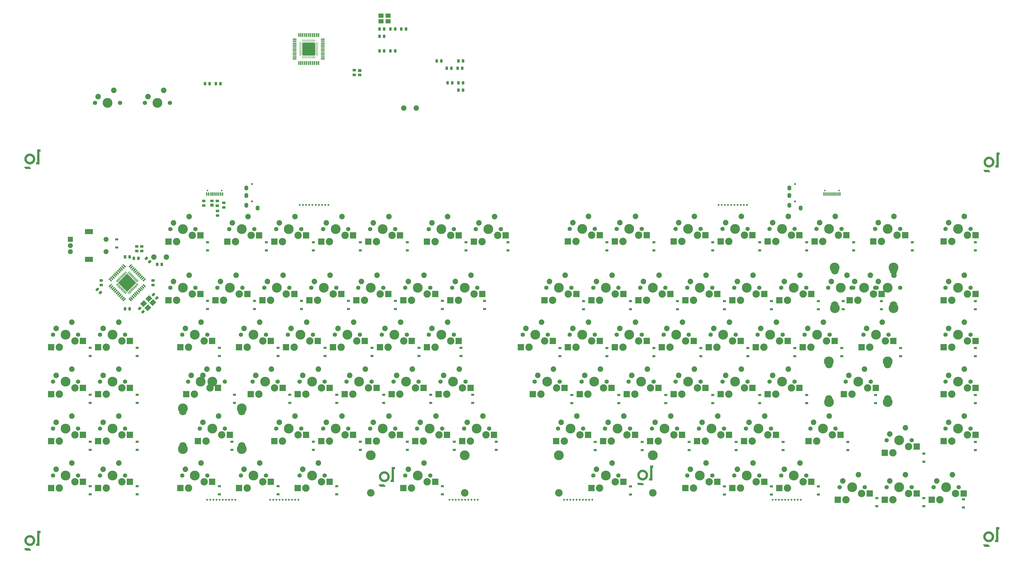
<source format=gbr>
%TF.GenerationSoftware,KiCad,Pcbnew,(5.99.0-12118-g897269f33f)*%
%TF.CreationDate,2021-09-12T17:19:33-04:00*%
%TF.ProjectId,dadboard,64616462-6f61-4726-942e-6b696361645f,rev?*%
%TF.SameCoordinates,Original*%
%TF.FileFunction,Soldermask,Bot*%
%TF.FilePolarity,Negative*%
%FSLAX46Y46*%
G04 Gerber Fmt 4.6, Leading zero omitted, Abs format (unit mm)*
G04 Created by KiCad (PCBNEW (5.99.0-12118-g897269f33f)) date 2021-09-12 17:19:33*
%MOMM*%
%LPD*%
G01*
G04 APERTURE LIST*
G04 Aperture macros list*
%AMRoundRect*
0 Rectangle with rounded corners*
0 $1 Rounding radius*
0 $2 $3 $4 $5 $6 $7 $8 $9 X,Y pos of 4 corners*
0 Add a 4 corners polygon primitive as box body*
4,1,4,$2,$3,$4,$5,$6,$7,$8,$9,$2,$3,0*
0 Add four circle primitives for the rounded corners*
1,1,$1+$1,$2,$3*
1,1,$1+$1,$4,$5*
1,1,$1+$1,$6,$7*
1,1,$1+$1,$8,$9*
0 Add four rect primitives between the rounded corners*
20,1,$1+$1,$2,$3,$4,$5,0*
20,1,$1+$1,$4,$5,$6,$7,0*
20,1,$1+$1,$6,$7,$8,$9,0*
20,1,$1+$1,$8,$9,$2,$3,0*%
%AMRotRect*
0 Rectangle, with rotation*
0 The origin of the aperture is its center*
0 $1 length*
0 $2 width*
0 $3 Rotation angle, in degrees counterclockwise*
0 Add horizontal line*
21,1,$1,$2,0,0,$3*%
G04 Aperture macros list end*
%ADD10C,3.987800*%
%ADD11C,1.750000*%
%ADD12C,2.250000*%
%ADD13C,3.000000*%
%ADD14R,2.550000X2.500000*%
%ADD15C,0.787400*%
%ADD16C,2.200000*%
%ADD17C,3.048000*%
%ADD18R,2.000000X2.000000*%
%ADD19C,2.000000*%
%ADD20R,3.200000X2.000000*%
%ADD21R,1.200000X0.900000*%
%ADD22RoundRect,0.243750X0.243750X0.456250X-0.243750X0.456250X-0.243750X-0.456250X0.243750X-0.456250X0*%
%ADD23RotRect,1.500000X0.550000X225.000000*%
%ADD24RoundRect,0.062500X0.291682X0.380070X-0.380070X-0.291682X-0.291682X-0.380070X0.380070X0.291682X0*%
%ADD25RotRect,1.500000X0.550000X135.000000*%
%ADD26RoundRect,0.062500X-0.291682X0.380070X-0.380070X0.291682X0.291682X-0.380070X0.380070X-0.291682X0*%
%ADD27RoundRect,0.250000X0.000000X3.323402X-3.323402X0.000000X0.000000X-3.323402X3.323402X0.000000X0*%
%ADD28R,1.400000X1.200000*%
%ADD29R,1.400000X1.000000*%
%ADD30C,0.800000*%
%ADD31O,1.600000X2.000000*%
%ADD32RoundRect,0.243750X-0.243750X-0.456250X0.243750X-0.456250X0.243750X0.456250X-0.243750X0.456250X0*%
%ADD33RoundRect,0.243750X-0.456250X0.243750X-0.456250X-0.243750X0.456250X-0.243750X0.456250X0.243750X0*%
%ADD34RoundRect,0.062500X0.475000X0.062500X-0.475000X0.062500X-0.475000X-0.062500X0.475000X-0.062500X0*%
%ADD35R,1.500000X0.550000*%
%ADD36RoundRect,0.062500X0.062500X0.475000X-0.062500X0.475000X-0.062500X-0.475000X0.062500X-0.475000X0*%
%ADD37R,0.550000X1.500000*%
%ADD38RoundRect,0.250000X2.350000X2.350000X-2.350000X2.350000X-2.350000X-2.350000X2.350000X-2.350000X0*%
%ADD39C,0.650000*%
%ADD40R,0.600000X1.450000*%
%ADD41R,0.300000X1.450000*%
%ADD42RoundRect,0.243750X-0.494975X-0.150260X-0.150260X-0.494975X0.494975X0.150260X0.150260X0.494975X0*%
%ADD43R,2.100000X1.800000*%
%ADD44RotRect,2.100000X1.800000X225.000000*%
%ADD45RoundRect,0.243750X0.456250X-0.243750X0.456250X0.243750X-0.456250X0.243750X-0.456250X-0.243750X0*%
%ADD46RoundRect,0.243750X0.494975X0.150260X0.150260X0.494975X-0.494975X-0.150260X-0.150260X-0.494975X0*%
G04 APERTURE END LIST*
%TO.C,G\u002A\u002A\u002A*%
G36*
X156667200Y-46863000D02*
G01*
X156292061Y-46863000D01*
X156292061Y-52021154D01*
X154947357Y-52021154D01*
X154951493Y-51548324D01*
X154955630Y-51075493D01*
X155338584Y-51066715D01*
X155338584Y-45909524D01*
X156667200Y-45909524D01*
X156667200Y-46863000D01*
G37*
G36*
X151093121Y-52962291D02*
G01*
X152034875Y-52967418D01*
X152159921Y-53009723D01*
X152163063Y-53010796D01*
X152238548Y-53040763D01*
X152316764Y-53078182D01*
X152381266Y-53115214D01*
X152394684Y-53124276D01*
X152478265Y-53190435D01*
X152561984Y-53270916D01*
X152636553Y-53356137D01*
X152692680Y-53436511D01*
X152720579Y-53489849D01*
X152763480Y-53595762D01*
X152797092Y-53709043D01*
X152816516Y-53814728D01*
X152827299Y-53912420D01*
X151906049Y-53912420D01*
X151820353Y-53912413D01*
X151638755Y-53912310D01*
X151484610Y-53912022D01*
X151355239Y-53911470D01*
X151247967Y-53910576D01*
X151160116Y-53909258D01*
X151089009Y-53907439D01*
X151031969Y-53905039D01*
X150986318Y-53901978D01*
X150949379Y-53898177D01*
X150918476Y-53893557D01*
X150890932Y-53888039D01*
X150864068Y-53881543D01*
X150792375Y-53859786D01*
X150713015Y-53829957D01*
X150646645Y-53799481D01*
X150580470Y-53758042D01*
X150491752Y-53686809D01*
X150404994Y-53602197D01*
X150328615Y-53512569D01*
X150271030Y-53426285D01*
X150243822Y-53371235D01*
X150208116Y-53280208D01*
X150178697Y-53183815D01*
X150158727Y-53092843D01*
X150151368Y-53018076D01*
X150151368Y-52957164D01*
X151093121Y-52962291D01*
G37*
G36*
X154533517Y-50157906D02*
G01*
X154498905Y-50331062D01*
X154445814Y-50512629D01*
X154395649Y-50651008D01*
X154307051Y-50845597D01*
X154200478Y-51025190D01*
X154071671Y-51196660D01*
X153916371Y-51366878D01*
X153781492Y-51493150D01*
X153573745Y-51652728D01*
X153351691Y-51784534D01*
X153115681Y-51888393D01*
X152866066Y-51964134D01*
X152603200Y-52011585D01*
X152588279Y-52012763D01*
X152540012Y-52014233D01*
X152471033Y-52014726D01*
X152388206Y-52014216D01*
X152298400Y-52012679D01*
X152206250Y-52009346D01*
X152030026Y-51993963D01*
X151867631Y-51965427D01*
X151708371Y-51921585D01*
X151541551Y-51860284D01*
X151435458Y-51814008D01*
X151206422Y-51690332D01*
X150996136Y-51542606D01*
X150805902Y-51372402D01*
X150637018Y-51181292D01*
X150490787Y-50970849D01*
X150368507Y-50742646D01*
X150271479Y-50498254D01*
X150201004Y-50239247D01*
X150194910Y-50206792D01*
X150182554Y-50106486D01*
X150174660Y-49987113D01*
X150171219Y-49857009D01*
X150171998Y-49754152D01*
X151117727Y-49754152D01*
X151118613Y-49885724D01*
X151129136Y-50012545D01*
X151148957Y-50122016D01*
X151150566Y-50128323D01*
X151214062Y-50312737D01*
X151305837Y-50485853D01*
X151424103Y-50644833D01*
X151567078Y-50786839D01*
X151633986Y-50837249D01*
X151729200Y-50896339D01*
X151834569Y-50952015D01*
X151939319Y-50998638D01*
X152032676Y-51030567D01*
X152092446Y-51042060D01*
X152174427Y-51051370D01*
X152269277Y-51058020D01*
X152368229Y-51061684D01*
X152462516Y-51062042D01*
X152543370Y-51058768D01*
X152602024Y-51051542D01*
X152740286Y-51013896D01*
X152900936Y-50948633D01*
X153051814Y-50864644D01*
X153186015Y-50765859D01*
X153296638Y-50656206D01*
X153381952Y-50545973D01*
X153480165Y-50381030D01*
X153549106Y-50207545D01*
X153589815Y-50022686D01*
X153603338Y-49823624D01*
X153598607Y-49696192D01*
X153577147Y-49550122D01*
X153535830Y-49409436D01*
X153471890Y-49262324D01*
X153458581Y-49236114D01*
X153354740Y-49069932D01*
X153227920Y-48924848D01*
X153078785Y-48801522D01*
X152908000Y-48700617D01*
X152748507Y-48636378D01*
X152565070Y-48592811D01*
X152375876Y-48576591D01*
X152185883Y-48587755D01*
X152000047Y-48626341D01*
X151823326Y-48692386D01*
X151785050Y-48711168D01*
X151625474Y-48809819D01*
X151482575Y-48931771D01*
X151359188Y-49073372D01*
X151258147Y-49230973D01*
X151182288Y-49400921D01*
X151134446Y-49579566D01*
X151126814Y-49630429D01*
X151117727Y-49754152D01*
X150171998Y-49754152D01*
X150172222Y-49724511D01*
X150177662Y-49597954D01*
X150187531Y-49485674D01*
X150201820Y-49396007D01*
X150257151Y-49187150D01*
X150350281Y-48939648D01*
X150469030Y-48708374D01*
X150612266Y-48494781D01*
X150778857Y-48300325D01*
X150967672Y-48126461D01*
X151177579Y-47974643D01*
X151407446Y-47846325D01*
X151424905Y-47837939D01*
X151650257Y-47744294D01*
X151874842Y-47679266D01*
X152105249Y-47641332D01*
X152348069Y-47628971D01*
X152363862Y-47629004D01*
X152575195Y-47638041D01*
X152770851Y-47664462D01*
X152961671Y-47710251D01*
X153158497Y-47777395D01*
X153273008Y-47825728D01*
X153493068Y-47943187D01*
X153699319Y-48086239D01*
X153889129Y-48252169D01*
X154059867Y-48438263D01*
X154208902Y-48641807D01*
X154333602Y-48860086D01*
X154431336Y-49090385D01*
X154439367Y-49113354D01*
X154486815Y-49267310D01*
X154520014Y-49416407D01*
X154541124Y-49572359D01*
X154552301Y-49746877D01*
X154553645Y-49791240D01*
X154553235Y-49823624D01*
X154551235Y-49981764D01*
X154533517Y-50157906D01*
G37*
G36*
X51892200Y-47498000D02*
G01*
X51517061Y-47498000D01*
X51517061Y-52656154D01*
X50172357Y-52656154D01*
X50176493Y-52183324D01*
X50180630Y-51710493D01*
X50563584Y-51701715D01*
X50563584Y-46544524D01*
X51892200Y-46544524D01*
X51892200Y-47498000D01*
G37*
G36*
X46318121Y-53597291D02*
G01*
X47259875Y-53602418D01*
X47384921Y-53644723D01*
X47388063Y-53645796D01*
X47463548Y-53675763D01*
X47541764Y-53713182D01*
X47606266Y-53750214D01*
X47619684Y-53759276D01*
X47703265Y-53825435D01*
X47786984Y-53905916D01*
X47861553Y-53991137D01*
X47917680Y-54071511D01*
X47945579Y-54124849D01*
X47988480Y-54230762D01*
X48022092Y-54344043D01*
X48041516Y-54449728D01*
X48052299Y-54547420D01*
X47131049Y-54547420D01*
X47045353Y-54547413D01*
X46863755Y-54547310D01*
X46709610Y-54547022D01*
X46580239Y-54546470D01*
X46472967Y-54545576D01*
X46385116Y-54544258D01*
X46314009Y-54542439D01*
X46256969Y-54540039D01*
X46211318Y-54536978D01*
X46174379Y-54533177D01*
X46143476Y-54528557D01*
X46115932Y-54523039D01*
X46089068Y-54516543D01*
X46017375Y-54494786D01*
X45938015Y-54464957D01*
X45871645Y-54434481D01*
X45805470Y-54393042D01*
X45716752Y-54321809D01*
X45629994Y-54237197D01*
X45553615Y-54147569D01*
X45496030Y-54061285D01*
X45468822Y-54006235D01*
X45433116Y-53915208D01*
X45403697Y-53818815D01*
X45383727Y-53727843D01*
X45376368Y-53653076D01*
X45376368Y-53592164D01*
X46318121Y-53597291D01*
G37*
G36*
X49758517Y-50792906D02*
G01*
X49723905Y-50966062D01*
X49670814Y-51147629D01*
X49620649Y-51286008D01*
X49532051Y-51480597D01*
X49425478Y-51660190D01*
X49296671Y-51831660D01*
X49141371Y-52001878D01*
X49006492Y-52128150D01*
X48798745Y-52287728D01*
X48576691Y-52419534D01*
X48340681Y-52523393D01*
X48091066Y-52599134D01*
X47828200Y-52646585D01*
X47813279Y-52647763D01*
X47765012Y-52649233D01*
X47696033Y-52649726D01*
X47613206Y-52649216D01*
X47523400Y-52647679D01*
X47431250Y-52644346D01*
X47255026Y-52628963D01*
X47092631Y-52600427D01*
X46933371Y-52556585D01*
X46766551Y-52495284D01*
X46660458Y-52449008D01*
X46431422Y-52325332D01*
X46221136Y-52177606D01*
X46030902Y-52007402D01*
X45862018Y-51816292D01*
X45715787Y-51605849D01*
X45593507Y-51377646D01*
X45496479Y-51133254D01*
X45426004Y-50874247D01*
X45419910Y-50841792D01*
X45407554Y-50741486D01*
X45399660Y-50622113D01*
X45396219Y-50492009D01*
X45396998Y-50389152D01*
X46342727Y-50389152D01*
X46343613Y-50520724D01*
X46354136Y-50647545D01*
X46373957Y-50757016D01*
X46375566Y-50763323D01*
X46439062Y-50947737D01*
X46530837Y-51120853D01*
X46649103Y-51279833D01*
X46792078Y-51421839D01*
X46858986Y-51472249D01*
X46954200Y-51531339D01*
X47059569Y-51587015D01*
X47164319Y-51633638D01*
X47257676Y-51665567D01*
X47317446Y-51677060D01*
X47399427Y-51686370D01*
X47494277Y-51693020D01*
X47593229Y-51696684D01*
X47687516Y-51697042D01*
X47768370Y-51693768D01*
X47827024Y-51686542D01*
X47965286Y-51648896D01*
X48125936Y-51583633D01*
X48276814Y-51499644D01*
X48411015Y-51400859D01*
X48521638Y-51291206D01*
X48606952Y-51180973D01*
X48705165Y-51016030D01*
X48774106Y-50842545D01*
X48814815Y-50657686D01*
X48828338Y-50458624D01*
X48823607Y-50331192D01*
X48802147Y-50185122D01*
X48760830Y-50044436D01*
X48696890Y-49897324D01*
X48683581Y-49871114D01*
X48579740Y-49704932D01*
X48452920Y-49559848D01*
X48303785Y-49436522D01*
X48133000Y-49335617D01*
X47973507Y-49271378D01*
X47790070Y-49227811D01*
X47600876Y-49211591D01*
X47410883Y-49222755D01*
X47225047Y-49261341D01*
X47048326Y-49327386D01*
X47010050Y-49346168D01*
X46850474Y-49444819D01*
X46707575Y-49566771D01*
X46584188Y-49708372D01*
X46483147Y-49865973D01*
X46407288Y-50035921D01*
X46359446Y-50214566D01*
X46351814Y-50265429D01*
X46342727Y-50389152D01*
X45396998Y-50389152D01*
X45397222Y-50359511D01*
X45402662Y-50232954D01*
X45412531Y-50120674D01*
X45426820Y-50031007D01*
X45482151Y-49822150D01*
X45575281Y-49574648D01*
X45694030Y-49343374D01*
X45837266Y-49129781D01*
X46003857Y-48935325D01*
X46192672Y-48761461D01*
X46402579Y-48609643D01*
X46632446Y-48481325D01*
X46649905Y-48472939D01*
X46875257Y-48379294D01*
X47099842Y-48314266D01*
X47330249Y-48276332D01*
X47573069Y-48263971D01*
X47588862Y-48264004D01*
X47800195Y-48273041D01*
X47995851Y-48299462D01*
X48186671Y-48345251D01*
X48383497Y-48412395D01*
X48498008Y-48460728D01*
X48718068Y-48578187D01*
X48924319Y-48721239D01*
X49114129Y-48887169D01*
X49284867Y-49073263D01*
X49433902Y-49276807D01*
X49558602Y-49495086D01*
X49656336Y-49725385D01*
X49664367Y-49748354D01*
X49711815Y-49902310D01*
X49745014Y-50051407D01*
X49766124Y-50207359D01*
X49777301Y-50381877D01*
X49778645Y-50426240D01*
X49778235Y-50458624D01*
X49776235Y-50616764D01*
X49758517Y-50792906D01*
G37*
G36*
X291428121Y-77981291D02*
G01*
X292369875Y-77986418D01*
X292494921Y-78028723D01*
X292498063Y-78029796D01*
X292573548Y-78059763D01*
X292651764Y-78097182D01*
X292716266Y-78134214D01*
X292729684Y-78143276D01*
X292813265Y-78209435D01*
X292896984Y-78289916D01*
X292971553Y-78375137D01*
X293027680Y-78455511D01*
X293055579Y-78508849D01*
X293098480Y-78614762D01*
X293132092Y-78728043D01*
X293151516Y-78833728D01*
X293162299Y-78931420D01*
X292241049Y-78931420D01*
X292155353Y-78931413D01*
X291973755Y-78931310D01*
X291819610Y-78931022D01*
X291690239Y-78930470D01*
X291582967Y-78929576D01*
X291495116Y-78928258D01*
X291424009Y-78926439D01*
X291366969Y-78924039D01*
X291321318Y-78920978D01*
X291284379Y-78917177D01*
X291253476Y-78912557D01*
X291225932Y-78907039D01*
X291199068Y-78900543D01*
X291127375Y-78878786D01*
X291048015Y-78848957D01*
X290981645Y-78818481D01*
X290915470Y-78777042D01*
X290826752Y-78705809D01*
X290739994Y-78621197D01*
X290663615Y-78531569D01*
X290606030Y-78445285D01*
X290578822Y-78390235D01*
X290543116Y-78299208D01*
X290513697Y-78202815D01*
X290493727Y-78111843D01*
X290486368Y-78037076D01*
X290486368Y-77976164D01*
X291428121Y-77981291D01*
G37*
G36*
X297002200Y-71882000D02*
G01*
X296627061Y-71882000D01*
X296627061Y-77040154D01*
X295282357Y-77040154D01*
X295286493Y-76567324D01*
X295290630Y-76094493D01*
X295673584Y-76085715D01*
X295673584Y-70928524D01*
X297002200Y-70928524D01*
X297002200Y-71882000D01*
G37*
G36*
X294868517Y-75176906D02*
G01*
X294833905Y-75350062D01*
X294780814Y-75531629D01*
X294730649Y-75670008D01*
X294642051Y-75864597D01*
X294535478Y-76044190D01*
X294406671Y-76215660D01*
X294251371Y-76385878D01*
X294116492Y-76512150D01*
X293908745Y-76671728D01*
X293686691Y-76803534D01*
X293450681Y-76907393D01*
X293201066Y-76983134D01*
X292938200Y-77030585D01*
X292923279Y-77031763D01*
X292875012Y-77033233D01*
X292806033Y-77033726D01*
X292723206Y-77033216D01*
X292633400Y-77031679D01*
X292541250Y-77028346D01*
X292365026Y-77012963D01*
X292202631Y-76984427D01*
X292043371Y-76940585D01*
X291876551Y-76879284D01*
X291770458Y-76833008D01*
X291541422Y-76709332D01*
X291331136Y-76561606D01*
X291140902Y-76391402D01*
X290972018Y-76200292D01*
X290825787Y-75989849D01*
X290703507Y-75761646D01*
X290606479Y-75517254D01*
X290536004Y-75258247D01*
X290529910Y-75225792D01*
X290517554Y-75125486D01*
X290509660Y-75006113D01*
X290506219Y-74876009D01*
X290506998Y-74773152D01*
X291452727Y-74773152D01*
X291453613Y-74904724D01*
X291464136Y-75031545D01*
X291483957Y-75141016D01*
X291485566Y-75147323D01*
X291549062Y-75331737D01*
X291640837Y-75504853D01*
X291759103Y-75663833D01*
X291902078Y-75805839D01*
X291968986Y-75856249D01*
X292064200Y-75915339D01*
X292169569Y-75971015D01*
X292274319Y-76017638D01*
X292367676Y-76049567D01*
X292427446Y-76061060D01*
X292509427Y-76070370D01*
X292604277Y-76077020D01*
X292703229Y-76080684D01*
X292797516Y-76081042D01*
X292878370Y-76077768D01*
X292937024Y-76070542D01*
X293075286Y-76032896D01*
X293235936Y-75967633D01*
X293386814Y-75883644D01*
X293521015Y-75784859D01*
X293631638Y-75675206D01*
X293716952Y-75564973D01*
X293815165Y-75400030D01*
X293884106Y-75226545D01*
X293924815Y-75041686D01*
X293938338Y-74842624D01*
X293933607Y-74715192D01*
X293912147Y-74569122D01*
X293870830Y-74428436D01*
X293806890Y-74281324D01*
X293793581Y-74255114D01*
X293689740Y-74088932D01*
X293562920Y-73943848D01*
X293413785Y-73820522D01*
X293243000Y-73719617D01*
X293083507Y-73655378D01*
X292900070Y-73611811D01*
X292710876Y-73595591D01*
X292520883Y-73606755D01*
X292335047Y-73645341D01*
X292158326Y-73711386D01*
X292120050Y-73730168D01*
X291960474Y-73828819D01*
X291817575Y-73950771D01*
X291694188Y-74092372D01*
X291593147Y-74249973D01*
X291517288Y-74419921D01*
X291469446Y-74598566D01*
X291461814Y-74649429D01*
X291452727Y-74773152D01*
X290506998Y-74773152D01*
X290507222Y-74743511D01*
X290512662Y-74616954D01*
X290522531Y-74504674D01*
X290536820Y-74415007D01*
X290592151Y-74206150D01*
X290685281Y-73958648D01*
X290804030Y-73727374D01*
X290947266Y-73513781D01*
X291113857Y-73319325D01*
X291302672Y-73145461D01*
X291512579Y-72993643D01*
X291742446Y-72865325D01*
X291759905Y-72856939D01*
X291985257Y-72763294D01*
X292209842Y-72698266D01*
X292440249Y-72660332D01*
X292683069Y-72647971D01*
X292698862Y-72648004D01*
X292910195Y-72657041D01*
X293105851Y-72683462D01*
X293296671Y-72729251D01*
X293493497Y-72796395D01*
X293608008Y-72844728D01*
X293828068Y-72962187D01*
X294034319Y-73105239D01*
X294224129Y-73271169D01*
X294394867Y-73457263D01*
X294543902Y-73660807D01*
X294668602Y-73879086D01*
X294766336Y-74109385D01*
X294774367Y-74132354D01*
X294821815Y-74286310D01*
X294855014Y-74435407D01*
X294876124Y-74591359D01*
X294887301Y-74765877D01*
X294888645Y-74810240D01*
X294888235Y-74842624D01*
X294886235Y-75000764D01*
X294868517Y-75176906D01*
G37*
G36*
X291555121Y74037709D02*
G01*
X292496875Y74032582D01*
X292621921Y73990277D01*
X292625063Y73989204D01*
X292700548Y73959237D01*
X292778764Y73921818D01*
X292843266Y73884786D01*
X292856684Y73875724D01*
X292940265Y73809565D01*
X293023984Y73729084D01*
X293098553Y73643863D01*
X293154680Y73563489D01*
X293182579Y73510151D01*
X293225480Y73404238D01*
X293259092Y73290957D01*
X293278516Y73185272D01*
X293289299Y73087580D01*
X292368049Y73087580D01*
X292282353Y73087587D01*
X292100755Y73087690D01*
X291946610Y73087978D01*
X291817239Y73088530D01*
X291709967Y73089424D01*
X291622116Y73090742D01*
X291551009Y73092561D01*
X291493969Y73094961D01*
X291448318Y73098022D01*
X291411379Y73101823D01*
X291380476Y73106443D01*
X291352932Y73111961D01*
X291326068Y73118457D01*
X291254375Y73140214D01*
X291175015Y73170043D01*
X291108645Y73200519D01*
X291042470Y73241958D01*
X290953752Y73313191D01*
X290866994Y73397803D01*
X290790615Y73487431D01*
X290733030Y73573715D01*
X290705822Y73628765D01*
X290670116Y73719792D01*
X290640697Y73816185D01*
X290620727Y73907157D01*
X290613368Y73981924D01*
X290613368Y74042836D01*
X291555121Y74037709D01*
G37*
G36*
X297129200Y80137000D02*
G01*
X296754061Y80137000D01*
X296754061Y74978846D01*
X295409357Y74978846D01*
X295413493Y75451676D01*
X295417630Y75924507D01*
X295800584Y75933285D01*
X295800584Y81090476D01*
X297129200Y81090476D01*
X297129200Y80137000D01*
G37*
G36*
X294995517Y76842094D02*
G01*
X294960905Y76668938D01*
X294907814Y76487371D01*
X294857649Y76348992D01*
X294769051Y76154403D01*
X294662478Y75974810D01*
X294533671Y75803340D01*
X294378371Y75633122D01*
X294243492Y75506850D01*
X294035745Y75347272D01*
X293813691Y75215466D01*
X293577681Y75111607D01*
X293328066Y75035866D01*
X293065200Y74988415D01*
X293050279Y74987237D01*
X293002012Y74985767D01*
X292933033Y74985274D01*
X292850206Y74985784D01*
X292760400Y74987321D01*
X292668250Y74990654D01*
X292492026Y75006037D01*
X292329631Y75034573D01*
X292170371Y75078415D01*
X292003551Y75139716D01*
X291897458Y75185992D01*
X291668422Y75309668D01*
X291458136Y75457394D01*
X291267902Y75627598D01*
X291099018Y75818708D01*
X290952787Y76029151D01*
X290830507Y76257354D01*
X290733479Y76501746D01*
X290663004Y76760753D01*
X290656910Y76793208D01*
X290644554Y76893514D01*
X290636660Y77012887D01*
X290633219Y77142991D01*
X290633998Y77245848D01*
X291579727Y77245848D01*
X291580613Y77114276D01*
X291591136Y76987455D01*
X291610957Y76877984D01*
X291612566Y76871677D01*
X291676062Y76687263D01*
X291767837Y76514147D01*
X291886103Y76355167D01*
X292029078Y76213161D01*
X292095986Y76162751D01*
X292191200Y76103661D01*
X292296569Y76047985D01*
X292401319Y76001362D01*
X292494676Y75969433D01*
X292554446Y75957940D01*
X292636427Y75948630D01*
X292731277Y75941980D01*
X292830229Y75938316D01*
X292924516Y75937958D01*
X293005370Y75941232D01*
X293064024Y75948458D01*
X293202286Y75986104D01*
X293362936Y76051367D01*
X293513814Y76135356D01*
X293648015Y76234141D01*
X293758638Y76343794D01*
X293843952Y76454027D01*
X293942165Y76618970D01*
X294011106Y76792455D01*
X294051815Y76977314D01*
X294065338Y77176376D01*
X294060607Y77303808D01*
X294039147Y77449878D01*
X293997830Y77590564D01*
X293933890Y77737676D01*
X293920581Y77763886D01*
X293816740Y77930068D01*
X293689920Y78075152D01*
X293540785Y78198478D01*
X293370000Y78299383D01*
X293210507Y78363622D01*
X293027070Y78407189D01*
X292837876Y78423409D01*
X292647883Y78412245D01*
X292462047Y78373659D01*
X292285326Y78307614D01*
X292247050Y78288832D01*
X292087474Y78190181D01*
X291944575Y78068229D01*
X291821188Y77926628D01*
X291720147Y77769027D01*
X291644288Y77599079D01*
X291596446Y77420434D01*
X291588814Y77369571D01*
X291579727Y77245848D01*
X290633998Y77245848D01*
X290634222Y77275489D01*
X290639662Y77402046D01*
X290649531Y77514326D01*
X290663820Y77603993D01*
X290719151Y77812850D01*
X290812281Y78060352D01*
X290931030Y78291626D01*
X291074266Y78505219D01*
X291240857Y78699675D01*
X291429672Y78873539D01*
X291639579Y79025357D01*
X291869446Y79153675D01*
X291886905Y79162061D01*
X292112257Y79255706D01*
X292336842Y79320734D01*
X292567249Y79358668D01*
X292810069Y79371029D01*
X292825862Y79370996D01*
X293037195Y79361959D01*
X293232851Y79335538D01*
X293423671Y79289749D01*
X293620497Y79222605D01*
X293735008Y79174272D01*
X293955068Y79056813D01*
X294161319Y78913761D01*
X294351129Y78747831D01*
X294521867Y78561737D01*
X294670902Y78358193D01*
X294795602Y78139914D01*
X294893336Y77909615D01*
X294901367Y77886646D01*
X294948815Y77732690D01*
X294982014Y77583593D01*
X295003124Y77427641D01*
X295014301Y77253123D01*
X295015645Y77208760D01*
X295015235Y77176376D01*
X295013235Y77018236D01*
X294995517Y76842094D01*
G37*
G36*
X-97445879Y75307709D02*
G01*
X-96504125Y75302582D01*
X-96379079Y75260277D01*
X-96375937Y75259204D01*
X-96300452Y75229237D01*
X-96222236Y75191818D01*
X-96157734Y75154786D01*
X-96144316Y75145724D01*
X-96060735Y75079565D01*
X-95977016Y74999084D01*
X-95902447Y74913863D01*
X-95846320Y74833489D01*
X-95818421Y74780151D01*
X-95775520Y74674238D01*
X-95741908Y74560957D01*
X-95722484Y74455272D01*
X-95711701Y74357580D01*
X-96632951Y74357580D01*
X-96718647Y74357587D01*
X-96900245Y74357690D01*
X-97054390Y74357978D01*
X-97183761Y74358530D01*
X-97291033Y74359424D01*
X-97378884Y74360742D01*
X-97449991Y74362561D01*
X-97507031Y74364961D01*
X-97552682Y74368022D01*
X-97589621Y74371823D01*
X-97620524Y74376443D01*
X-97648068Y74381961D01*
X-97674932Y74388457D01*
X-97746625Y74410214D01*
X-97825985Y74440043D01*
X-97892355Y74470519D01*
X-97958530Y74511958D01*
X-98047248Y74583191D01*
X-98134006Y74667803D01*
X-98210385Y74757431D01*
X-98267970Y74843715D01*
X-98295178Y74898765D01*
X-98330884Y74989792D01*
X-98360303Y75086185D01*
X-98380273Y75177157D01*
X-98387632Y75251924D01*
X-98387632Y75312836D01*
X-97445879Y75307709D01*
G37*
G36*
X-91871800Y81407000D02*
G01*
X-92246939Y81407000D01*
X-92246939Y76248846D01*
X-93591643Y76248846D01*
X-93587507Y76721676D01*
X-93583370Y77194507D01*
X-93200416Y77203285D01*
X-93200416Y82360476D01*
X-91871800Y82360476D01*
X-91871800Y81407000D01*
G37*
G36*
X-94005483Y78112094D02*
G01*
X-94040095Y77938938D01*
X-94093186Y77757371D01*
X-94143351Y77618992D01*
X-94231949Y77424403D01*
X-94338522Y77244810D01*
X-94467329Y77073340D01*
X-94622629Y76903122D01*
X-94757508Y76776850D01*
X-94965255Y76617272D01*
X-95187309Y76485466D01*
X-95423319Y76381607D01*
X-95672934Y76305866D01*
X-95935800Y76258415D01*
X-95950721Y76257237D01*
X-95998988Y76255767D01*
X-96067967Y76255274D01*
X-96150794Y76255784D01*
X-96240600Y76257321D01*
X-96332750Y76260654D01*
X-96508974Y76276037D01*
X-96671369Y76304573D01*
X-96830629Y76348415D01*
X-96997449Y76409716D01*
X-97103542Y76455992D01*
X-97332578Y76579668D01*
X-97542864Y76727394D01*
X-97733098Y76897598D01*
X-97901982Y77088708D01*
X-98048213Y77299151D01*
X-98170493Y77527354D01*
X-98267521Y77771746D01*
X-98337996Y78030753D01*
X-98344090Y78063208D01*
X-98356446Y78163514D01*
X-98364340Y78282887D01*
X-98367781Y78412991D01*
X-98367002Y78515848D01*
X-97421273Y78515848D01*
X-97420387Y78384276D01*
X-97409864Y78257455D01*
X-97390043Y78147984D01*
X-97388434Y78141677D01*
X-97324938Y77957263D01*
X-97233163Y77784147D01*
X-97114897Y77625167D01*
X-96971922Y77483161D01*
X-96905014Y77432751D01*
X-96809800Y77373661D01*
X-96704431Y77317985D01*
X-96599681Y77271362D01*
X-96506324Y77239433D01*
X-96446554Y77227940D01*
X-96364573Y77218630D01*
X-96269723Y77211980D01*
X-96170771Y77208316D01*
X-96076484Y77207958D01*
X-95995630Y77211232D01*
X-95936976Y77218458D01*
X-95798714Y77256104D01*
X-95638064Y77321367D01*
X-95487186Y77405356D01*
X-95352985Y77504141D01*
X-95242362Y77613794D01*
X-95157048Y77724027D01*
X-95058835Y77888970D01*
X-94989894Y78062455D01*
X-94949185Y78247314D01*
X-94935662Y78446376D01*
X-94940393Y78573808D01*
X-94961853Y78719878D01*
X-95003170Y78860564D01*
X-95067110Y79007676D01*
X-95080419Y79033886D01*
X-95184260Y79200068D01*
X-95311080Y79345152D01*
X-95460215Y79468478D01*
X-95631000Y79569383D01*
X-95790493Y79633622D01*
X-95973930Y79677189D01*
X-96163124Y79693409D01*
X-96353117Y79682245D01*
X-96538953Y79643659D01*
X-96715674Y79577614D01*
X-96753950Y79558832D01*
X-96913526Y79460181D01*
X-97056425Y79338229D01*
X-97179812Y79196628D01*
X-97280853Y79039027D01*
X-97356712Y78869079D01*
X-97404554Y78690434D01*
X-97412186Y78639571D01*
X-97421273Y78515848D01*
X-98367002Y78515848D01*
X-98366778Y78545489D01*
X-98361338Y78672046D01*
X-98351469Y78784326D01*
X-98337180Y78873993D01*
X-98281849Y79082850D01*
X-98188719Y79330352D01*
X-98069970Y79561626D01*
X-97926734Y79775219D01*
X-97760143Y79969675D01*
X-97571328Y80143539D01*
X-97361421Y80295357D01*
X-97131554Y80423675D01*
X-97114095Y80432061D01*
X-96888743Y80525706D01*
X-96664158Y80590734D01*
X-96433751Y80628668D01*
X-96190931Y80641029D01*
X-96175138Y80640996D01*
X-95963805Y80631959D01*
X-95768149Y80605538D01*
X-95577329Y80559749D01*
X-95380503Y80492605D01*
X-95265992Y80444272D01*
X-95045932Y80326813D01*
X-94839681Y80183761D01*
X-94649871Y80017831D01*
X-94479133Y79831737D01*
X-94330098Y79628193D01*
X-94205398Y79409914D01*
X-94107664Y79179615D01*
X-94099633Y79156646D01*
X-94052185Y79002690D01*
X-94018986Y78853593D01*
X-93997876Y78697641D01*
X-93986699Y78523123D01*
X-93985355Y78478760D01*
X-93985765Y78446376D01*
X-93987765Y78288236D01*
X-94005483Y78112094D01*
G37*
G36*
X-97445879Y-79505291D02*
G01*
X-96504125Y-79510418D01*
X-96379079Y-79552723D01*
X-96375937Y-79553796D01*
X-96300452Y-79583763D01*
X-96222236Y-79621182D01*
X-96157734Y-79658214D01*
X-96144316Y-79667276D01*
X-96060735Y-79733435D01*
X-95977016Y-79813916D01*
X-95902447Y-79899137D01*
X-95846320Y-79979511D01*
X-95818421Y-80032849D01*
X-95775520Y-80138762D01*
X-95741908Y-80252043D01*
X-95722484Y-80357728D01*
X-95711701Y-80455420D01*
X-96632951Y-80455420D01*
X-96718647Y-80455413D01*
X-96900245Y-80455310D01*
X-97054390Y-80455022D01*
X-97183761Y-80454470D01*
X-97291033Y-80453576D01*
X-97378884Y-80452258D01*
X-97449991Y-80450439D01*
X-97507031Y-80448039D01*
X-97552682Y-80444978D01*
X-97589621Y-80441177D01*
X-97620524Y-80436557D01*
X-97648068Y-80431039D01*
X-97674932Y-80424543D01*
X-97746625Y-80402786D01*
X-97825985Y-80372957D01*
X-97892355Y-80342481D01*
X-97958530Y-80301042D01*
X-98047248Y-80229809D01*
X-98134006Y-80145197D01*
X-98210385Y-80055569D01*
X-98267970Y-79969285D01*
X-98295178Y-79914235D01*
X-98330884Y-79823208D01*
X-98360303Y-79726815D01*
X-98380273Y-79635843D01*
X-98387632Y-79561076D01*
X-98387632Y-79500164D01*
X-97445879Y-79505291D01*
G37*
G36*
X-91871800Y-73406000D02*
G01*
X-92246939Y-73406000D01*
X-92246939Y-78564154D01*
X-93591643Y-78564154D01*
X-93587507Y-78091324D01*
X-93583370Y-77618493D01*
X-93200416Y-77609715D01*
X-93200416Y-72452524D01*
X-91871800Y-72452524D01*
X-91871800Y-73406000D01*
G37*
G36*
X-94005483Y-76700906D02*
G01*
X-94040095Y-76874062D01*
X-94093186Y-77055629D01*
X-94143351Y-77194008D01*
X-94231949Y-77388597D01*
X-94338522Y-77568190D01*
X-94467329Y-77739660D01*
X-94622629Y-77909878D01*
X-94757508Y-78036150D01*
X-94965255Y-78195728D01*
X-95187309Y-78327534D01*
X-95423319Y-78431393D01*
X-95672934Y-78507134D01*
X-95935800Y-78554585D01*
X-95950721Y-78555763D01*
X-95998988Y-78557233D01*
X-96067967Y-78557726D01*
X-96150794Y-78557216D01*
X-96240600Y-78555679D01*
X-96332750Y-78552346D01*
X-96508974Y-78536963D01*
X-96671369Y-78508427D01*
X-96830629Y-78464585D01*
X-96997449Y-78403284D01*
X-97103542Y-78357008D01*
X-97332578Y-78233332D01*
X-97542864Y-78085606D01*
X-97733098Y-77915402D01*
X-97901982Y-77724292D01*
X-98048213Y-77513849D01*
X-98170493Y-77285646D01*
X-98267521Y-77041254D01*
X-98337996Y-76782247D01*
X-98344090Y-76749792D01*
X-98356446Y-76649486D01*
X-98364340Y-76530113D01*
X-98367781Y-76400009D01*
X-98367002Y-76297152D01*
X-97421273Y-76297152D01*
X-97420387Y-76428724D01*
X-97409864Y-76555545D01*
X-97390043Y-76665016D01*
X-97388434Y-76671323D01*
X-97324938Y-76855737D01*
X-97233163Y-77028853D01*
X-97114897Y-77187833D01*
X-96971922Y-77329839D01*
X-96905014Y-77380249D01*
X-96809800Y-77439339D01*
X-96704431Y-77495015D01*
X-96599681Y-77541638D01*
X-96506324Y-77573567D01*
X-96446554Y-77585060D01*
X-96364573Y-77594370D01*
X-96269723Y-77601020D01*
X-96170771Y-77604684D01*
X-96076484Y-77605042D01*
X-95995630Y-77601768D01*
X-95936976Y-77594542D01*
X-95798714Y-77556896D01*
X-95638064Y-77491633D01*
X-95487186Y-77407644D01*
X-95352985Y-77308859D01*
X-95242362Y-77199206D01*
X-95157048Y-77088973D01*
X-95058835Y-76924030D01*
X-94989894Y-76750545D01*
X-94949185Y-76565686D01*
X-94935662Y-76366624D01*
X-94940393Y-76239192D01*
X-94961853Y-76093122D01*
X-95003170Y-75952436D01*
X-95067110Y-75805324D01*
X-95080419Y-75779114D01*
X-95184260Y-75612932D01*
X-95311080Y-75467848D01*
X-95460215Y-75344522D01*
X-95631000Y-75243617D01*
X-95790493Y-75179378D01*
X-95973930Y-75135811D01*
X-96163124Y-75119591D01*
X-96353117Y-75130755D01*
X-96538953Y-75169341D01*
X-96715674Y-75235386D01*
X-96753950Y-75254168D01*
X-96913526Y-75352819D01*
X-97056425Y-75474771D01*
X-97179812Y-75616372D01*
X-97280853Y-75773973D01*
X-97356712Y-75943921D01*
X-97404554Y-76122566D01*
X-97412186Y-76173429D01*
X-97421273Y-76297152D01*
X-98367002Y-76297152D01*
X-98366778Y-76267511D01*
X-98361338Y-76140954D01*
X-98351469Y-76028674D01*
X-98337180Y-75939007D01*
X-98281849Y-75730150D01*
X-98188719Y-75482648D01*
X-98069970Y-75251374D01*
X-97926734Y-75037781D01*
X-97760143Y-74843325D01*
X-97571328Y-74669461D01*
X-97361421Y-74517643D01*
X-97131554Y-74389325D01*
X-97114095Y-74380939D01*
X-96888743Y-74287294D01*
X-96664158Y-74222266D01*
X-96433751Y-74184332D01*
X-96190931Y-74171971D01*
X-96175138Y-74172004D01*
X-95963805Y-74181041D01*
X-95768149Y-74207462D01*
X-95577329Y-74253251D01*
X-95380503Y-74320395D01*
X-95265992Y-74368728D01*
X-95045932Y-74486187D01*
X-94839681Y-74629239D01*
X-94649871Y-74795169D01*
X-94479133Y-74981263D01*
X-94330098Y-75184807D01*
X-94205398Y-75403086D01*
X-94107664Y-75633385D01*
X-94099633Y-75656354D01*
X-94052185Y-75810310D01*
X-94018986Y-75959407D01*
X-93997876Y-76115359D01*
X-93986699Y-76289877D01*
X-93985355Y-76334240D01*
X-93985765Y-76366624D01*
X-93987765Y-76524764D01*
X-94005483Y-76700906D01*
G37*
%TD*%
D10*
%TO.C,MX43*%
X213614000Y26162000D03*
D11*
X218694000Y26162000D03*
X208534000Y26162000D03*
D12*
X209804000Y28702000D03*
X216154000Y31242000D03*
%TD*%
D13*
%TO.C,MX128*%
X53860700Y-16992600D03*
X60210700Y-14452600D03*
D11*
X51320700Y-11912600D03*
D10*
X56400700Y-11912600D03*
D11*
X61480700Y-11912600D03*
D14*
X63485700Y-14452600D03*
X50558700Y-16992600D03*
%TD*%
D11*
%TO.C,MX65*%
X141859000Y7112000D03*
D10*
X146939000Y7112000D03*
D11*
X152019000Y7112000D03*
D12*
X143129000Y9652000D03*
X149479000Y12192000D03*
%TD*%
D10*
%TO.C,MX91*%
X-29324300Y7137400D03*
D11*
X-24244300Y7137400D03*
D13*
X-31864300Y2057400D03*
D11*
X-34404300Y7137400D03*
D13*
X-25514300Y4597400D03*
D14*
X-22239300Y4597400D03*
X-35166300Y2057400D03*
%TD*%
D10*
%TO.C,MX56*%
X137414000Y26162000D03*
D11*
X132334000Y26162000D03*
D13*
X141224000Y23622000D03*
D11*
X142494000Y26162000D03*
D13*
X134874000Y21082000D03*
D14*
X144499000Y23622000D03*
X131572000Y21082000D03*
%TD*%
D11*
%TO.C,MX169*%
X-86791800Y-50012600D03*
D10*
X-81711800Y-50012600D03*
D11*
X-76631800Y-50012600D03*
D12*
X-85521800Y-47472600D03*
X-79171800Y-44932600D03*
%TD*%
D11*
%TO.C,MX33*%
X9093200Y26187400D03*
X-1066800Y26187400D03*
D10*
X4013200Y26187400D03*
D12*
X203200Y28727400D03*
X6553200Y31267400D03*
%TD*%
D11*
%TO.C,MX127*%
X42430700Y-11912600D03*
D13*
X41160700Y-14452600D03*
D10*
X37350700Y-11912600D03*
D13*
X34810700Y-16992600D03*
D11*
X32270700Y-11912600D03*
D14*
X44435700Y-14452600D03*
X31508700Y-16992600D03*
%TD*%
D11*
%TO.C,MX137*%
X285369000Y-30988000D03*
D10*
X280289000Y-30988000D03*
D11*
X275209000Y-30988000D03*
D12*
X276479000Y-28448000D03*
X282829000Y-25908000D03*
%TD*%
D13*
%TO.C,MX183*%
X-65201800Y-55092600D03*
D11*
X-57581800Y-50012600D03*
D13*
X-58851800Y-52552600D03*
D11*
X-67741800Y-50012600D03*
D10*
X-62661800Y-50012600D03*
D14*
X-55576800Y-52552600D03*
X-68503800Y-55092600D03*
%TD*%
D13*
%TO.C,MX155*%
X-65201800Y-36042600D03*
D11*
X-67741800Y-30962600D03*
D10*
X-62661800Y-30962600D03*
D11*
X-57581800Y-30962600D03*
D13*
X-58851800Y-33502600D03*
D14*
X-55576800Y-33502600D03*
X-68503800Y-36042600D03*
%TD*%
D10*
%TO.C,MX173*%
X18300700Y-50012600D03*
D11*
X23380700Y-50012600D03*
X13220700Y-50012600D03*
D12*
X14490700Y-47472600D03*
X20840700Y-44932600D03*
%TD*%
D11*
%TO.C,MX34*%
X17983200Y26187400D03*
D10*
X23063200Y26187400D03*
D11*
X28143200Y26187400D03*
D12*
X19253200Y28727400D03*
X25603200Y31267400D03*
%TD*%
D11*
%TO.C,MX131*%
X147256500Y-30988000D03*
D10*
X142176500Y-30988000D03*
D11*
X137096500Y-30988000D03*
D12*
X138366500Y-28448000D03*
X144716500Y-25908000D03*
%TD*%
D11*
%TO.C,MX82*%
X141859000Y7112000D03*
X152019000Y7112000D03*
D10*
X146939000Y7112000D03*
D13*
X144399000Y2032000D03*
X150749000Y4572000D03*
D14*
X154024000Y4572000D03*
X141097000Y2032000D03*
%TD*%
D11*
%TO.C,MX6*%
X65608200Y49999900D03*
D10*
X70688200Y49999900D03*
D11*
X75768200Y49999900D03*
D12*
X66878200Y52539900D03*
X73228200Y55079900D03*
%TD*%
D15*
%TO.C,REF\u002A\u002A*%
X76581000Y-59817000D03*
X74041000Y-59817000D03*
X79121000Y-59817000D03*
X75311000Y-59817000D03*
X77851000Y-59817000D03*
%TD*%
D11*
%TO.C,MX22*%
X94818200Y49999900D03*
D10*
X89738200Y49999900D03*
D13*
X87198200Y44919900D03*
X93548200Y47459900D03*
D11*
X84658200Y49999900D03*
D14*
X96823200Y47459900D03*
X83896200Y44919900D03*
%TD*%
D10*
%TO.C,MX58*%
X175514000Y26162000D03*
D13*
X179324000Y23622000D03*
D11*
X170434000Y26162000D03*
X180594000Y26162000D03*
D13*
X172974000Y21082000D03*
D14*
X182599000Y23622000D03*
X169672000Y21082000D03*
%TD*%
D10*
%TO.C,MX41*%
X175514000Y26162000D03*
D11*
X180594000Y26162000D03*
X170434000Y26162000D03*
D12*
X171704000Y28702000D03*
X178054000Y31242000D03*
%TD*%
D11*
%TO.C,MX134*%
X194246500Y-30988000D03*
X204406500Y-30988000D03*
D10*
X199326500Y-30988000D03*
D12*
X195516500Y-28448000D03*
X201866500Y-25908000D03*
%TD*%
D10*
%TO.C,MX151*%
X225520250Y-30988000D03*
D11*
X220440250Y-30988000D03*
X230600250Y-30988000D03*
D13*
X222980250Y-36068000D03*
X229330250Y-33528000D03*
D14*
X232605250Y-33528000D03*
X219678250Y-36068000D03*
%TD*%
D10*
%TO.C,MX142*%
X27825700Y-30962600D03*
D11*
X22745700Y-30962600D03*
X32905700Y-30962600D03*
D12*
X24015700Y-28422600D03*
X30365700Y-25882600D03*
%TD*%
D11*
%TO.C,MX170*%
X-57581800Y-50012600D03*
X-67741800Y-50012600D03*
D10*
X-62661800Y-50012600D03*
D12*
X-66471800Y-47472600D03*
X-60121800Y-44932600D03*
%TD*%
D11*
%TO.C,MX113*%
X80530700Y-11912600D03*
X70370700Y-11912600D03*
D10*
X75450700Y-11912600D03*
D12*
X71640700Y-9372600D03*
X77990700Y-6832600D03*
%TD*%
D11*
%TO.C,MX165*%
X218694000Y-50038000D03*
D10*
X213614000Y-50038000D03*
D11*
X208534000Y-50038000D03*
D12*
X209804000Y-47498000D03*
X216154000Y-44958000D03*
%TD*%
D11*
%TO.C,MX167*%
X261493000Y-54787800D03*
D10*
X256413000Y-54787800D03*
D11*
X251333000Y-54787800D03*
D12*
X252603000Y-52247800D03*
X258953000Y-49707800D03*
%TD*%
D13*
%TO.C,MX185*%
X-1701800Y-52552600D03*
D10*
X-5511800Y-50012600D03*
D11*
X-10591800Y-50012600D03*
D13*
X-8051800Y-55092600D03*
D11*
X-431800Y-50012600D03*
D14*
X1573200Y-52552600D03*
X-11353800Y-55092600D03*
%TD*%
D13*
%TO.C,MX153*%
X277749000Y-36068000D03*
D10*
X280289000Y-30988000D03*
D13*
X284099000Y-33528000D03*
D11*
X285369000Y-30988000D03*
X275209000Y-30988000D03*
D14*
X287374000Y-33528000D03*
X274447000Y-36068000D03*
%TD*%
D11*
%TO.C,MX145*%
X90055700Y-30962600D03*
X79895700Y-30962600D03*
D10*
X84975700Y-30962600D03*
D12*
X81165700Y-28422600D03*
X87515700Y-25882600D03*
%TD*%
D10*
%TO.C,MX148*%
X161226500Y-30988000D03*
D11*
X166306500Y-30988000D03*
X156146500Y-30988000D03*
D13*
X158686500Y-36068000D03*
X165036500Y-33528000D03*
D14*
X168311500Y-33528000D03*
X155384500Y-36068000D03*
%TD*%
D15*
%TO.C,REF\u002A\u002A*%
X-21717000Y-59817000D03*
X-22987000Y-59817000D03*
X-19177000Y-59817000D03*
X-20447000Y-59817000D03*
X-24257000Y-59817000D03*
%TD*%
D11*
%TO.C,MX46*%
X-49523000Y101219000D03*
D10*
X-44443000Y101219000D03*
D11*
X-39363000Y101219000D03*
D12*
X-48253000Y103759000D03*
X-41903000Y106299000D03*
%TD*%
D11*
%TO.C,MX138*%
X-86791800Y-30962600D03*
D10*
X-81711800Y-30962600D03*
D11*
X-76631800Y-30962600D03*
D12*
X-85521800Y-28422600D03*
X-79171800Y-25882600D03*
%TD*%
D10*
%TO.C,MX9*%
X146939000Y50038000D03*
D11*
X152019000Y50038000D03*
X141859000Y50038000D03*
D12*
X143129000Y52578000D03*
X149479000Y55118000D03*
%TD*%
D11*
%TO.C,MX72*%
X-76631800Y7137400D03*
D10*
X-81711800Y7137400D03*
D11*
X-86791800Y7137400D03*
D12*
X-85521800Y9677400D03*
X-79171800Y12217400D03*
%TD*%
D11*
%TO.C,MX107*%
X-21863050Y-11912600D03*
X-32023050Y-11912600D03*
D10*
X-26943050Y-11912600D03*
D12*
X-30753050Y-9372600D03*
X-24403050Y-6832600D03*
%TD*%
D11*
%TO.C,MX77*%
X37668200Y7137400D03*
D10*
X32588200Y7137400D03*
D11*
X27508200Y7137400D03*
D12*
X28778200Y9677400D03*
X35128200Y12217400D03*
%TD*%
D11*
%TO.C,MX84*%
X190119000Y7112000D03*
D13*
X188849000Y4572000D03*
X182499000Y2032000D03*
D10*
X185039000Y7112000D03*
D11*
X179959000Y7112000D03*
D14*
X192124000Y4572000D03*
X179197000Y2032000D03*
%TD*%
D11*
%TO.C,MX161*%
X79895700Y-30962600D03*
X90055700Y-30962600D03*
D13*
X88785700Y-33502600D03*
D10*
X84975700Y-30962600D03*
D13*
X82435700Y-36042600D03*
D14*
X92060700Y-33502600D03*
X79133700Y-36042600D03*
%TD*%
D10*
%TO.C,MX86*%
X223139000Y7112000D03*
D13*
X220599000Y2032000D03*
D11*
X218059000Y7112000D03*
D13*
X226949000Y4572000D03*
D11*
X228219000Y7112000D03*
D14*
X230224000Y4572000D03*
X217297000Y2032000D03*
%TD*%
D11*
%TO.C,MX38*%
X123444000Y26162000D03*
X113284000Y26162000D03*
D10*
X118364000Y26162000D03*
D12*
X114554000Y28702000D03*
X120904000Y31242000D03*
%TD*%
D11*
%TO.C,MX143*%
X51955700Y-30962600D03*
D10*
X46875700Y-30962600D03*
D11*
X41795700Y-30962600D03*
D12*
X43065700Y-28422600D03*
X49415700Y-25882600D03*
%TD*%
D16*
%TO.C,JP1*%
X-45847000Y38608000D03*
X-40767000Y38608000D03*
%TD*%
D13*
%TO.C,MX114*%
X117411500Y-14478000D03*
D11*
X108521500Y-11938000D03*
X118681500Y-11938000D03*
D10*
X113601500Y-11938000D03*
D13*
X111061500Y-17018000D03*
D14*
X120686500Y-14478000D03*
X107759500Y-17018000D03*
%TD*%
D11*
%TO.C,MX36*%
X56083200Y26187400D03*
D10*
X61163200Y26187400D03*
D11*
X66243200Y26187400D03*
D12*
X57353200Y28727400D03*
X63703200Y31267400D03*
%TD*%
D11*
%TO.C,MX88*%
X285369000Y7112000D03*
D13*
X284099000Y4572000D03*
D10*
X280289000Y7112000D03*
D13*
X277749000Y2032000D03*
D11*
X275209000Y7112000D03*
D14*
X287374000Y4572000D03*
X274447000Y2032000D03*
%TD*%
D13*
%TO.C,MX147*%
X145986500Y-33528000D03*
X139636500Y-36068000D03*
D11*
X137096500Y-30988000D03*
X147256500Y-30988000D03*
D10*
X142176500Y-30988000D03*
D14*
X149261500Y-33528000D03*
X136334500Y-36068000D03*
%TD*%
D11*
%TO.C,MX118*%
X184721500Y-11938000D03*
D13*
X193611500Y-14478000D03*
D11*
X194881500Y-11938000D03*
D10*
X189801500Y-11938000D03*
D13*
X187261500Y-17018000D03*
D14*
X196886500Y-14478000D03*
X183959500Y-17018000D03*
%TD*%
D11*
%TO.C,MX37*%
X85293200Y26187400D03*
D10*
X80213200Y26187400D03*
D11*
X75133200Y26187400D03*
D12*
X76403200Y28727400D03*
X82753200Y31267400D03*
%TD*%
D13*
%TO.C,MX89*%
X-84251800Y2057400D03*
D11*
X-76631800Y7137400D03*
D10*
X-81711800Y7137400D03*
D11*
X-86791800Y7137400D03*
D13*
X-77901800Y4597400D03*
D14*
X-74626800Y4597400D03*
X-87553800Y2057400D03*
%TD*%
D11*
%TO.C,MX112*%
X61480700Y-11912600D03*
D10*
X56400700Y-11912600D03*
D11*
X51320700Y-11912600D03*
D12*
X52590700Y-9372600D03*
X58940700Y-6832600D03*
%TD*%
D11*
%TO.C,MX178*%
X208534000Y-50038000D03*
D13*
X217424000Y-52578000D03*
D11*
X218694000Y-50038000D03*
D13*
X211074000Y-55118000D03*
D10*
X213614000Y-50038000D03*
D14*
X220699000Y-52578000D03*
X207772000Y-55118000D03*
%TD*%
D11*
%TO.C,MX19*%
X32905700Y49999900D03*
D10*
X27825700Y49999900D03*
D13*
X31635700Y47459900D03*
D11*
X22745700Y49999900D03*
D13*
X25285700Y44919900D03*
D14*
X34910700Y47459900D03*
X21983700Y44919900D03*
%TD*%
D10*
%TO.C,MX164*%
X194564000Y-50038000D03*
D11*
X199644000Y-50038000D03*
X189484000Y-50038000D03*
D12*
X190754000Y-47498000D03*
X197104000Y-44958000D03*
%TD*%
D10*
%TO.C,MX43*%
X232664000Y26162000D03*
D11*
X237744000Y26162000D03*
X227584000Y26162000D03*
D12*
X228854000Y28702000D03*
X235204000Y31242000D03*
%TD*%
D13*
%TO.C,MX146*%
X126936500Y-33528000D03*
D11*
X128206500Y-30988000D03*
D10*
X123126500Y-30988000D03*
D13*
X120586500Y-36068000D03*
D11*
X118046500Y-30988000D03*
D14*
X130211500Y-33528000D03*
X117284500Y-36068000D03*
%TD*%
D10*
%TO.C,MX16*%
X-34086800Y49999900D03*
D13*
X-36626800Y44919900D03*
D11*
X-39166800Y49999900D03*
X-29006800Y49999900D03*
D13*
X-30276800Y47459900D03*
D14*
X-27001800Y47459900D03*
X-39928800Y44919900D03*
%TD*%
D11*
%TO.C,MX158*%
X22745700Y-30962600D03*
X32905700Y-30962600D03*
D13*
X25285700Y-36042600D03*
D10*
X27825700Y-30962600D03*
D13*
X31635700Y-33502600D03*
D14*
X34910700Y-33502600D03*
X21983700Y-36042600D03*
%TD*%
D11*
%TO.C,MX105*%
X-76631800Y-11912600D03*
D10*
X-81711800Y-11912600D03*
D11*
X-86791800Y-11912600D03*
D12*
X-85521800Y-9372600D03*
X-79171800Y-6832600D03*
%TD*%
D11*
%TO.C,MX74*%
X-34404300Y7137400D03*
X-24244300Y7137400D03*
D10*
X-29324300Y7137400D03*
D12*
X-33134300Y9677400D03*
X-26784300Y12217400D03*
%TD*%
D13*
%TO.C,MX116*%
X155511500Y-14478000D03*
D11*
X156781500Y-11938000D03*
D10*
X151701500Y-11938000D03*
D11*
X146621500Y-11938000D03*
D13*
X149161500Y-17018000D03*
D14*
X158786500Y-14478000D03*
X145859500Y-17018000D03*
%TD*%
D11*
%TO.C,MX76*%
X8458200Y7137400D03*
X18618200Y7137400D03*
D10*
X13538200Y7137400D03*
D12*
X9728200Y9677400D03*
X16078200Y12217400D03*
%TD*%
D11*
%TO.C,MX104*%
X285369000Y-11938000D03*
X275209000Y-11938000D03*
D10*
X280289000Y-11938000D03*
D12*
X276479000Y-9398000D03*
X282829000Y-6858000D03*
%TD*%
D10*
%TO.C,MX154*%
X-81711800Y-30962600D03*
D13*
X-84251800Y-36042600D03*
D11*
X-86791800Y-30962600D03*
X-76631800Y-30962600D03*
D13*
X-77901800Y-33502600D03*
D14*
X-74626800Y-33502600D03*
X-87553800Y-36042600D03*
%TD*%
D11*
%TO.C,MX26*%
X184721500Y50038000D03*
X194881500Y50038000D03*
D13*
X193611500Y47498000D03*
D10*
X189801500Y50038000D03*
D13*
X187261500Y44958000D03*
D14*
X196886500Y47498000D03*
X183959500Y44958000D03*
%TD*%
D11*
%TO.C,MX20*%
X41795700Y49999900D03*
X51955700Y49999900D03*
D10*
X46875700Y49999900D03*
D13*
X44335700Y44919900D03*
X50685700Y47459900D03*
D14*
X53960700Y47459900D03*
X41033700Y44919900D03*
%TD*%
D11*
%TO.C,MX69*%
X228219000Y7112000D03*
D10*
X223139000Y7112000D03*
D11*
X218059000Y7112000D03*
D12*
X219329000Y9652000D03*
X225679000Y12192000D03*
%TD*%
D11*
%TO.C,MX98*%
X127571500Y-11938000D03*
D10*
X132651500Y-11938000D03*
D11*
X137731500Y-11938000D03*
D12*
X128841500Y-9398000D03*
X135191500Y-6858000D03*
%TD*%
D10*
%TO.C,MX2*%
X-10274300Y49999900D03*
D11*
X-5194300Y49999900D03*
X-15354300Y49999900D03*
D12*
X-14084300Y52539900D03*
X-7734300Y55079900D03*
%TD*%
D13*
%TO.C,MX159*%
X50685700Y-33502600D03*
D10*
X46875700Y-30962600D03*
D13*
X44335700Y-36042600D03*
D11*
X51955700Y-30962600D03*
X41795700Y-30962600D03*
D14*
X53960700Y-33502600D03*
X41033700Y-36042600D03*
%TD*%
D11*
%TO.C,MX182*%
X-76631800Y-50012600D03*
D13*
X-84251800Y-55092600D03*
D10*
X-81711800Y-50012600D03*
D13*
X-77901800Y-52552600D03*
D11*
X-86791800Y-50012600D03*
D14*
X-74626800Y-52552600D03*
X-87553800Y-55092600D03*
%TD*%
D11*
%TO.C,MX40*%
X151384000Y26162000D03*
X161544000Y26162000D03*
D10*
X156464000Y26162000D03*
D12*
X152654000Y28702000D03*
X159004000Y31242000D03*
%TD*%
D13*
%TO.C,MX152*%
X253873000Y-40817800D03*
D10*
X256413000Y-35737800D03*
D11*
X251333000Y-35737800D03*
D13*
X260223000Y-38277800D03*
D11*
X261493000Y-35737800D03*
D14*
X263498000Y-38277800D03*
X250571000Y-40817800D03*
%TD*%
D17*
%TO.C,MX61*%
X254127000Y19177000D03*
D13*
X245999000Y23622000D03*
D17*
X230251000Y19177000D03*
D11*
X247269000Y26162000D03*
X237109000Y26162000D03*
D10*
X242189000Y26162000D03*
D13*
X239649000Y21082000D03*
D10*
X254127000Y34417000D03*
X230251000Y34417000D03*
D14*
X249274000Y23622000D03*
X236347000Y21082000D03*
%TD*%
D10*
%TO.C,MX144*%
X65925700Y-30962600D03*
D11*
X71005700Y-30962600D03*
X60845700Y-30962600D03*
D12*
X62115700Y-28422600D03*
X68465700Y-25882600D03*
%TD*%
D11*
%TO.C,MX10*%
X165671500Y50038000D03*
X175831500Y50038000D03*
D10*
X170751500Y50038000D03*
D12*
X166941500Y52578000D03*
X173291500Y55118000D03*
%TD*%
D13*
%TO.C,MX121*%
X277749000Y-17018000D03*
D10*
X280289000Y-11938000D03*
D11*
X285369000Y-11938000D03*
X275209000Y-11938000D03*
D13*
X284099000Y-14478000D03*
D14*
X287374000Y-14478000D03*
X274447000Y-17018000D03*
%TD*%
D15*
%TO.C,REF\u002A\u002A*%
X131953000Y-59817000D03*
X126873000Y-59817000D03*
X130683000Y-59817000D03*
X129413000Y-59817000D03*
X128143000Y-59817000D03*
%TD*%
D11*
%TO.C,MX109*%
X-5829300Y-11912600D03*
D10*
X-749300Y-11912600D03*
D11*
X4330700Y-11912600D03*
D12*
X-4559300Y-9372600D03*
X1790700Y-6832600D03*
%TD*%
D13*
%TO.C,MX120*%
X237267750Y-17018000D03*
D17*
X227869750Y-18923000D03*
D11*
X244887750Y-11938000D03*
D17*
X251745750Y-18923000D03*
D10*
X227869750Y-3683000D03*
X251745750Y-3683000D03*
X239807750Y-11938000D03*
D11*
X234727750Y-11938000D03*
D13*
X243617750Y-14478000D03*
D14*
X246892750Y-14478000D03*
X233965750Y-17018000D03*
%TD*%
D11*
%TO.C,MX13*%
X222821500Y50038000D03*
X232981500Y50038000D03*
D10*
X227901500Y50038000D03*
D12*
X224091500Y52578000D03*
X230441500Y55118000D03*
%TD*%
D13*
%TO.C,MX80*%
X112649000Y4572000D03*
D10*
X108839000Y7112000D03*
D13*
X106299000Y2032000D03*
D11*
X113919000Y7112000D03*
X103759000Y7112000D03*
D14*
X115924000Y4572000D03*
X102997000Y2032000D03*
%TD*%
D15*
%TO.C,REF\u002A\u002A*%
X205105000Y-59817000D03*
X206375000Y-59817000D03*
X210185000Y-59817000D03*
X207645000Y-59817000D03*
X208915000Y-59817000D03*
%TD*%
D11*
%TO.C,MX4*%
X32905700Y49999900D03*
D10*
X27825700Y49999900D03*
D11*
X22745700Y49999900D03*
D12*
X24015700Y52539900D03*
X30365700Y55079900D03*
%TD*%
D11*
%TO.C,MX15*%
X285369000Y50038000D03*
X275209000Y50038000D03*
D10*
X280289000Y50038000D03*
D12*
X276479000Y52578000D03*
X282829000Y55118000D03*
%TD*%
D11*
%TO.C,MX32*%
X-9956800Y26187400D03*
X-20116800Y26187400D03*
D10*
X-15036800Y26187400D03*
D12*
X-18846800Y28727400D03*
X-12496800Y31267400D03*
%TD*%
D10*
%TO.C,MX85*%
X204089000Y7112000D03*
D11*
X199009000Y7112000D03*
X209169000Y7112000D03*
D13*
X201549000Y2032000D03*
X207899000Y4572000D03*
D14*
X211174000Y4572000D03*
X198247000Y2032000D03*
%TD*%
D10*
%TO.C,MX168*%
X275463000Y-54787800D03*
D11*
X270383000Y-54787800D03*
X280543000Y-54787800D03*
D12*
X271653000Y-52247800D03*
X278003000Y-49707800D03*
%TD*%
D13*
%TO.C,MX160*%
X63385700Y-36042600D03*
D11*
X60845700Y-30962600D03*
D10*
X65925700Y-30962600D03*
D13*
X69735700Y-33502600D03*
D11*
X71005700Y-30962600D03*
D14*
X73010700Y-33502600D03*
X60083700Y-36042600D03*
%TD*%
D16*
%TO.C,JP2*%
X55474000Y99060000D03*
X60554000Y99060000D03*
%TD*%
D11*
%TO.C,MX70*%
X241871500Y7112000D03*
D10*
X246951500Y7112000D03*
D11*
X252031500Y7112000D03*
D12*
X243141500Y9652000D03*
X249491500Y12192000D03*
%TD*%
D10*
%TO.C,MX175*%
X137414000Y-50038000D03*
D13*
X141224000Y-52578000D03*
X134874000Y-55118000D03*
D11*
X132334000Y-50038000D03*
X142494000Y-50038000D03*
D14*
X144499000Y-52578000D03*
X131572000Y-55118000D03*
%TD*%
D10*
%TO.C,MX45*%
X254095250Y17907000D03*
D11*
X247269000Y26162000D03*
X237109000Y26162000D03*
D10*
X242189000Y26162000D03*
D17*
X254095250Y33147000D03*
D10*
X230282750Y17907000D03*
D17*
X230282750Y33147000D03*
D12*
X238379000Y28702000D03*
X244729000Y31242000D03*
%TD*%
D11*
%TO.C,MX23*%
X122809000Y50038000D03*
D13*
X131699000Y47498000D03*
D10*
X127889000Y50038000D03*
D13*
X125349000Y44958000D03*
D11*
X132969000Y50038000D03*
D14*
X134974000Y47498000D03*
X122047000Y44958000D03*
%TD*%
D11*
%TO.C,MX139*%
X-57581800Y-30962600D03*
X-67741800Y-30962600D03*
D10*
X-62661800Y-30962600D03*
D12*
X-66471800Y-28422600D03*
X-60121800Y-25882600D03*
%TD*%
D11*
%TO.C,MX18*%
X13855700Y49999900D03*
D13*
X6235700Y44919900D03*
X12585700Y47459900D03*
D10*
X8775700Y49999900D03*
D11*
X3695700Y49999900D03*
D14*
X15860700Y47459900D03*
X2933700Y44919900D03*
%TD*%
D10*
%TO.C,MX93*%
X13538200Y7137400D03*
D11*
X18618200Y7137400D03*
D13*
X17348200Y4597400D03*
X10998200Y2057400D03*
D11*
X8458200Y7137400D03*
D14*
X20623200Y4597400D03*
X7696200Y2057400D03*
%TD*%
D10*
%TO.C,MX141*%
X8775700Y-30962600D03*
D11*
X3695700Y-30962600D03*
X13855700Y-30962600D03*
D12*
X4965700Y-28422600D03*
X11315700Y-25882600D03*
%TD*%
D11*
%TO.C,MX75*%
X-431800Y7137400D03*
X-10591800Y7137400D03*
D10*
X-5511800Y7137400D03*
D12*
X-9321800Y9677400D03*
X-2971800Y12217400D03*
%TD*%
D15*
%TO.C,REF\u002A\u002A*%
X-15367000Y-59817000D03*
X-16637000Y-59817000D03*
X-14097000Y-59817000D03*
X-12827000Y-59817000D03*
X-17907000Y-59817000D03*
%TD*%
D11*
%TO.C,MX119*%
X203771500Y-11938000D03*
X213931500Y-11938000D03*
D10*
X208851500Y-11938000D03*
D13*
X206311500Y-17018000D03*
X212661500Y-14478000D03*
D14*
X215936500Y-14478000D03*
X203009500Y-17018000D03*
%TD*%
D13*
%TO.C,MX60*%
X211074000Y21082000D03*
X217424000Y23622000D03*
D10*
X213614000Y26162000D03*
D11*
X218694000Y26162000D03*
X208534000Y26162000D03*
D14*
X220699000Y23622000D03*
X207772000Y21082000D03*
%TD*%
D13*
%TO.C,MX124*%
X-23133050Y-14452600D03*
D11*
X-21863050Y-11912600D03*
D10*
X-26943050Y-11912600D03*
D13*
X-29483050Y-16992600D03*
D11*
X-32023050Y-11912600D03*
D14*
X-19858050Y-14452600D03*
X-32785050Y-16992600D03*
%TD*%
D11*
%TO.C,MX81*%
X132969000Y7112000D03*
D13*
X131699000Y4572000D03*
X125349000Y2032000D03*
D11*
X122809000Y7112000D03*
D10*
X127889000Y7112000D03*
D14*
X134974000Y4572000D03*
X122047000Y2032000D03*
%TD*%
D11*
%TO.C,MX62*%
X275209000Y26162000D03*
D13*
X284099000Y23622000D03*
D11*
X285369000Y26162000D03*
D10*
X280289000Y26162000D03*
D13*
X277749000Y21082000D03*
D14*
X287374000Y23622000D03*
X274447000Y21082000D03*
%TD*%
D11*
%TO.C,MX140*%
X-17100550Y-30962600D03*
X-27260550Y-30962600D03*
D10*
X-22180550Y-30962600D03*
X-34086800Y-39217600D03*
X-10274300Y-39217600D03*
D17*
X-34086800Y-23977600D03*
X-10274300Y-23977600D03*
D12*
X-25990550Y-28422600D03*
X-19640550Y-25882600D03*
%TD*%
D11*
%TO.C,MX174*%
X56083200Y-50012600D03*
D10*
X80213200Y-41757600D03*
X42113200Y-41757600D03*
D17*
X80213200Y-56997600D03*
D11*
X66243200Y-50012600D03*
D17*
X42113200Y-56997600D03*
D10*
X61163200Y-50012600D03*
D12*
X57353200Y-47472600D03*
X63703200Y-44932600D03*
%TD*%
D11*
%TO.C,MX47*%
X285369000Y26162000D03*
X275209000Y26162000D03*
D10*
X280289000Y26162000D03*
D12*
X276479000Y28702000D03*
X282829000Y31242000D03*
%TD*%
D11*
%TO.C,MX186*%
X23380700Y-50012600D03*
D10*
X18300700Y-50012600D03*
D13*
X22110700Y-52552600D03*
X15760700Y-55092600D03*
D11*
X13220700Y-50012600D03*
D14*
X25385700Y-52552600D03*
X12458700Y-55092600D03*
%TD*%
D10*
%TO.C,MX126*%
X18300700Y-11912600D03*
D11*
X13220700Y-11912600D03*
D13*
X22110700Y-14452600D03*
D11*
X23380700Y-11912600D03*
D13*
X15760700Y-16992600D03*
D14*
X25385700Y-14452600D03*
X12458700Y-16992600D03*
%TD*%
D10*
%TO.C,MX29*%
X251714000Y50038000D03*
D11*
X256794000Y50038000D03*
D13*
X249174000Y44958000D03*
D11*
X246634000Y50038000D03*
D13*
X255524000Y47498000D03*
D14*
X258799000Y47498000D03*
X245872000Y44958000D03*
%TD*%
D10*
%TO.C,MX187*%
X61163200Y-50012600D03*
D11*
X56083200Y-50012600D03*
D13*
X64973200Y-52552600D03*
X58623200Y-55092600D03*
D11*
X66243200Y-50012600D03*
D14*
X68248200Y-52552600D03*
X55321200Y-55092600D03*
%TD*%
D11*
%TO.C,MX122*%
X-86791800Y-11912600D03*
D10*
X-81711800Y-11912600D03*
D13*
X-84251800Y-16992600D03*
D11*
X-76631800Y-11912600D03*
D13*
X-77901800Y-14452600D03*
D14*
X-74626800Y-14452600D03*
X-87553800Y-16992600D03*
%TD*%
D15*
%TO.C,REF\u002A\u002A*%
X82931000Y-59817000D03*
X84201000Y-59817000D03*
X80391000Y-59817000D03*
X85471000Y-59817000D03*
X81661000Y-59817000D03*
%TD*%
%TO.C,REF\u002A\u002A*%
X192151000Y59817000D03*
X190881000Y59817000D03*
X194691000Y59817000D03*
X189611000Y59817000D03*
X193421000Y59817000D03*
%TD*%
%TO.C,REF\u002A\u002A*%
X19812000Y59817000D03*
X21082000Y59817000D03*
X22352000Y59817000D03*
X24892000Y59817000D03*
X23622000Y59817000D03*
%TD*%
D13*
%TO.C,MX55*%
X115824000Y21082000D03*
X122174000Y23622000D03*
D11*
X113284000Y26162000D03*
D10*
X118364000Y26162000D03*
D11*
X123444000Y26162000D03*
D14*
X125449000Y23622000D03*
X112522000Y21082000D03*
%TD*%
D11*
%TO.C,MX99*%
X146621500Y-11938000D03*
D10*
X151701500Y-11938000D03*
D11*
X156781500Y-11938000D03*
D12*
X147891500Y-9398000D03*
X154241500Y-6858000D03*
%TD*%
D11*
%TO.C,MX130*%
X118046500Y-30988000D03*
X128206500Y-30988000D03*
D10*
X123126500Y-30988000D03*
D12*
X119316500Y-28448000D03*
X125666500Y-25908000D03*
%TD*%
D11*
%TO.C,MX64*%
X122809000Y7112000D03*
D10*
X127889000Y7112000D03*
D11*
X132969000Y7112000D03*
D12*
X124079000Y9652000D03*
X130429000Y12192000D03*
%TD*%
D11*
%TO.C,MX3*%
X13855700Y49999900D03*
D10*
X8775700Y49999900D03*
D11*
X3695700Y49999900D03*
D12*
X4965700Y52539900D03*
X11315700Y55079900D03*
%TD*%
D13*
%TO.C,MX24*%
X150749000Y47498000D03*
D11*
X141859000Y50038000D03*
X152019000Y50038000D03*
D13*
X144399000Y44958000D03*
D10*
X146939000Y50038000D03*
D14*
X154024000Y47498000D03*
X141097000Y44958000D03*
%TD*%
D11*
%TO.C,MX135*%
X220440250Y-30988000D03*
X230600250Y-30988000D03*
D10*
X225520250Y-30988000D03*
D12*
X221710250Y-28448000D03*
X228060250Y-25908000D03*
%TD*%
D10*
%TO.C,MX96*%
X70688200Y7137400D03*
D11*
X65608200Y7137400D03*
X75768200Y7137400D03*
D13*
X68148200Y2057400D03*
X74498200Y4597400D03*
D14*
X77773200Y4597400D03*
X64846200Y2057400D03*
%TD*%
D11*
%TO.C,MX83*%
X171069000Y7112000D03*
D13*
X169799000Y4572000D03*
X163449000Y2032000D03*
D11*
X160909000Y7112000D03*
D10*
X165989000Y7112000D03*
D14*
X173074000Y4572000D03*
X160147000Y2032000D03*
%TD*%
D10*
%TO.C,MX103*%
X227901500Y-20193000D03*
D17*
X251714000Y-4953000D03*
X227901500Y-4953000D03*
D11*
X234727750Y-11938000D03*
X244887750Y-11938000D03*
D10*
X239807750Y-11938000D03*
X251714000Y-20193000D03*
D12*
X235997750Y-9398000D03*
X242347750Y-6858000D03*
%TD*%
D11*
%TO.C,MX123*%
X-67741800Y-11912600D03*
D10*
X-62661800Y-11912600D03*
D13*
X-58851800Y-14452600D03*
X-65201800Y-16992600D03*
D11*
X-57581800Y-11912600D03*
D14*
X-55576800Y-14452600D03*
X-68503800Y-16992600D03*
%TD*%
D11*
%TO.C,MX100*%
X165671500Y-11938000D03*
X175831500Y-11938000D03*
D10*
X170751500Y-11938000D03*
D12*
X166941500Y-9398000D03*
X173291500Y-6858000D03*
%TD*%
D10*
%TO.C,MX39*%
X137414000Y26162000D03*
D11*
X132334000Y26162000D03*
X142494000Y26162000D03*
D12*
X133604000Y28702000D03*
X139954000Y31242000D03*
%TD*%
D13*
%TO.C,MX90*%
X-58851800Y4597400D03*
D10*
X-62661800Y7137400D03*
D11*
X-57581800Y7137400D03*
D13*
X-65201800Y2057400D03*
D11*
X-67741800Y7137400D03*
D14*
X-55576800Y4597400D03*
X-68503800Y2057400D03*
%TD*%
D11*
%TO.C,MX50*%
X9093200Y26187400D03*
X-1066800Y26187400D03*
D10*
X4013200Y26187400D03*
D13*
X7823200Y23647400D03*
X1473200Y21107400D03*
D14*
X11098200Y23647400D03*
X-1828800Y21107400D03*
%TD*%
D11*
%TO.C,MX30*%
X275209000Y50038000D03*
D13*
X284099000Y47498000D03*
D10*
X280289000Y50038000D03*
D13*
X277749000Y44958000D03*
D11*
X285369000Y50038000D03*
D14*
X287374000Y47498000D03*
X274447000Y44958000D03*
%TD*%
D11*
%TO.C,MX129*%
X80530700Y-11912600D03*
D10*
X75450700Y-11912600D03*
D13*
X72910700Y-16992600D03*
X79260700Y-14452600D03*
D11*
X70370700Y-11912600D03*
D14*
X82535700Y-14452600D03*
X69608700Y-16992600D03*
%TD*%
D11*
%TO.C,MX51*%
X28143200Y26187400D03*
X17983200Y26187400D03*
D13*
X20523200Y21107400D03*
X26873200Y23647400D03*
D10*
X23063200Y26187400D03*
D14*
X30148200Y23647400D03*
X17221200Y21107400D03*
%TD*%
D13*
%TO.C,MX177*%
X198374000Y-52578000D03*
X192024000Y-55118000D03*
D11*
X199644000Y-50038000D03*
D10*
X194564000Y-50038000D03*
D11*
X189484000Y-50038000D03*
D14*
X201649000Y-52578000D03*
X188722000Y-55118000D03*
%TD*%
D13*
%TO.C,MX95*%
X49098200Y2057400D03*
X55448200Y4597400D03*
D11*
X56718200Y7137400D03*
X46558200Y7137400D03*
D10*
X51638200Y7137400D03*
D14*
X58723200Y4597400D03*
X45796200Y2057400D03*
%TD*%
D11*
%TO.C,MX5*%
X41795700Y49999900D03*
D10*
X46875700Y49999900D03*
D11*
X51955700Y49999900D03*
D12*
X43065700Y52539900D03*
X49415700Y55079900D03*
%TD*%
D11*
%TO.C,MX14*%
X256794000Y50038000D03*
D10*
X251714000Y50038000D03*
D11*
X246634000Y50038000D03*
D12*
X247904000Y52578000D03*
X254254000Y55118000D03*
%TD*%
D11*
%TO.C,MX172*%
X-431800Y-50012600D03*
D10*
X-5511800Y-50012600D03*
D11*
X-10591800Y-50012600D03*
D12*
X-9321800Y-47472600D03*
X-2971800Y-44932600D03*
%TD*%
D15*
%TO.C,REF\u002A\u002A*%
X12700000Y-59817000D03*
X8890000Y-59817000D03*
X7620000Y-59817000D03*
X11430000Y-59817000D03*
X10160000Y-59817000D03*
%TD*%
D10*
%TO.C,MX1*%
X-34086800Y49999900D03*
D11*
X-29006800Y49999900D03*
X-39166800Y49999900D03*
D12*
X-37896800Y52539900D03*
X-31546800Y55079900D03*
%TD*%
D11*
%TO.C,MX184*%
X-24244300Y-50012600D03*
D13*
X-31864300Y-55092600D03*
D10*
X-29324300Y-50012600D03*
D13*
X-25514300Y-52552600D03*
D11*
X-34404300Y-50012600D03*
D14*
X-22239300Y-52552600D03*
X-35166300Y-55092600D03*
%TD*%
D11*
%TO.C,MX132*%
X166306500Y-30988000D03*
D10*
X161226500Y-30988000D03*
D11*
X156146500Y-30988000D03*
D12*
X157416500Y-28448000D03*
X163766500Y-25908000D03*
%TD*%
D10*
%TO.C,MX59*%
X194564000Y26162000D03*
D11*
X199644000Y26162000D03*
D13*
X198374000Y23622000D03*
X192024000Y21082000D03*
D11*
X189484000Y26162000D03*
D14*
X201649000Y23622000D03*
X188722000Y21082000D03*
%TD*%
D11*
%TO.C,MX71*%
X285369000Y7112000D03*
D10*
X280289000Y7112000D03*
D11*
X275209000Y7112000D03*
D12*
X276479000Y9652000D03*
X282829000Y12192000D03*
%TD*%
D10*
%TO.C,MX17*%
X-10274300Y49999900D03*
D11*
X-5194300Y49999900D03*
X-15354300Y49999900D03*
D13*
X-12814300Y44919900D03*
X-6464300Y47459900D03*
D14*
X-3189300Y47459900D03*
X-16116300Y44919900D03*
%TD*%
D15*
%TO.C,REF\u002A\u002A*%
X2540000Y-59817000D03*
X1270000Y-59817000D03*
X6350000Y-59817000D03*
X5080000Y-59817000D03*
X3810000Y-59817000D03*
%TD*%
D13*
%TO.C,MX117*%
X174561500Y-14478000D03*
D11*
X165671500Y-11938000D03*
D10*
X170751500Y-11938000D03*
D11*
X175831500Y-11938000D03*
D13*
X168211500Y-17018000D03*
D14*
X177836500Y-14478000D03*
X164909500Y-17018000D03*
%TD*%
D11*
%TO.C,MX94*%
X37668200Y7137400D03*
D13*
X36398200Y4597400D03*
D10*
X32588200Y7137400D03*
D13*
X30048200Y2057400D03*
D11*
X27508200Y7137400D03*
D14*
X39673200Y4597400D03*
X26746200Y2057400D03*
%TD*%
D11*
%TO.C,MX115*%
X127571500Y-11938000D03*
X137731500Y-11938000D03*
D13*
X136461500Y-14478000D03*
D10*
X132651500Y-11938000D03*
D13*
X130111500Y-17018000D03*
D14*
X139736500Y-14478000D03*
X126809500Y-17018000D03*
%TD*%
D11*
%TO.C,MX87*%
X241871500Y7112000D03*
D10*
X246951500Y7112000D03*
D13*
X244411500Y2032000D03*
D11*
X252031500Y7112000D03*
D13*
X250761500Y4572000D03*
D14*
X254036500Y4572000D03*
X241109500Y2032000D03*
%TD*%
D10*
%TO.C,MX106*%
X-62661800Y-11912600D03*
D11*
X-67741800Y-11912600D03*
X-57581800Y-11912600D03*
D12*
X-66471800Y-9372600D03*
X-60121800Y-6832600D03*
%TD*%
D10*
%TO.C,MX133*%
X180276500Y-30988000D03*
D11*
X175196500Y-30988000D03*
X185356500Y-30988000D03*
D12*
X176466500Y-28448000D03*
X182816500Y-25908000D03*
%TD*%
D11*
%TO.C,MX63*%
X103759000Y7112000D03*
X113919000Y7112000D03*
D10*
X108839000Y7112000D03*
D12*
X105029000Y9652000D03*
X111379000Y12192000D03*
%TD*%
D11*
%TO.C,MX53*%
X66243200Y26187400D03*
X56083200Y26187400D03*
D13*
X64973200Y23647400D03*
D10*
X61163200Y26187400D03*
D13*
X58623200Y21107400D03*
D14*
X68248200Y23647400D03*
X55321200Y21107400D03*
%TD*%
D11*
%TO.C,MX42*%
X199644000Y26162000D03*
D10*
X194564000Y26162000D03*
D11*
X189484000Y26162000D03*
D12*
X190754000Y28702000D03*
X197104000Y31242000D03*
%TD*%
D17*
%TO.C,MX156*%
X-34118550Y-37947600D03*
D11*
X-27260550Y-30962600D03*
D13*
X-18370550Y-33502600D03*
D10*
X-10242550Y-22707600D03*
D13*
X-24720550Y-36042600D03*
D17*
X-10242550Y-37947600D03*
D10*
X-34118550Y-22707600D03*
D11*
X-17100550Y-30962600D03*
D10*
X-22180550Y-30962600D03*
D14*
X-15095550Y-33502600D03*
X-28022550Y-36042600D03*
%TD*%
D10*
%TO.C,MX25*%
X170751500Y50038000D03*
D13*
X168211500Y44958000D03*
X174561500Y47498000D03*
D11*
X175831500Y50038000D03*
X165671500Y50038000D03*
D14*
X177836500Y47498000D03*
X164909500Y44958000D03*
%TD*%
D11*
%TO.C,MX67*%
X190119000Y7112000D03*
X179959000Y7112000D03*
D10*
X185039000Y7112000D03*
D12*
X181229000Y9652000D03*
X187579000Y12192000D03*
%TD*%
D11*
%TO.C,MX12*%
X213931500Y50038000D03*
D10*
X208851500Y50038000D03*
D11*
X203771500Y50038000D03*
D12*
X205041500Y52578000D03*
X211391500Y55118000D03*
%TD*%
D10*
%TO.C,MX11*%
X189801500Y50038000D03*
D11*
X194881500Y50038000D03*
X184721500Y50038000D03*
D12*
X185991500Y52578000D03*
X192341500Y55118000D03*
%TD*%
D11*
%TO.C,MX150*%
X194246500Y-30988000D03*
D13*
X203136500Y-33528000D03*
D10*
X199326500Y-30988000D03*
D11*
X204406500Y-30988000D03*
D13*
X196786500Y-36068000D03*
D14*
X206411500Y-33528000D03*
X193484500Y-36068000D03*
%TD*%
D15*
%TO.C,REF\u002A\u002A*%
X18415000Y59817000D03*
X14605000Y59817000D03*
X15875000Y59817000D03*
X17145000Y59817000D03*
X13335000Y59817000D03*
%TD*%
D11*
%TO.C,MX101*%
X184721500Y-11938000D03*
D10*
X189801500Y-11938000D03*
D11*
X194881500Y-11938000D03*
D12*
X185991500Y-9398000D03*
X192341500Y-6858000D03*
%TD*%
D11*
%TO.C,MX68*%
X199009000Y7112000D03*
D10*
X204089000Y7112000D03*
D11*
X209169000Y7112000D03*
D12*
X200279000Y9652000D03*
X206629000Y12192000D03*
%TD*%
D10*
%TO.C,MX166*%
X237363000Y-54787800D03*
D11*
X242443000Y-54787800D03*
X232283000Y-54787800D03*
D12*
X233553000Y-52247800D03*
X239903000Y-49707800D03*
%TD*%
D13*
%TO.C,MX149*%
X177736500Y-36068000D03*
X184086500Y-33528000D03*
D11*
X175196500Y-30988000D03*
X185356500Y-30988000D03*
D10*
X180276500Y-30988000D03*
D14*
X187361500Y-33528000D03*
X174434500Y-36068000D03*
%TD*%
D11*
%TO.C,MX108*%
X-17100550Y-11912600D03*
X-27260550Y-11912600D03*
D10*
X-22180550Y-11912600D03*
D12*
X-25990550Y-9372600D03*
X-19640550Y-6832600D03*
%TD*%
D10*
%TO.C,MX78*%
X51638200Y7137400D03*
D11*
X46558200Y7137400D03*
X56718200Y7137400D03*
D12*
X47828200Y9677400D03*
X54178200Y12217400D03*
%TD*%
D11*
%TO.C,MX73*%
X-57581800Y7137400D03*
D10*
X-62661800Y7137400D03*
D11*
X-67741800Y7137400D03*
D12*
X-66471800Y9677400D03*
X-60121800Y12217400D03*
%TD*%
D11*
%TO.C,MX136*%
X251333000Y-35737800D03*
X261493000Y-35737800D03*
D10*
X256413000Y-35737800D03*
D12*
X252603000Y-33197800D03*
X258953000Y-30657800D03*
%TD*%
D11*
%TO.C,MX8*%
X132969000Y50038000D03*
X122809000Y50038000D03*
D10*
X127889000Y50038000D03*
D12*
X124079000Y52578000D03*
X130429000Y55118000D03*
%TD*%
D11*
%TO.C,MX157*%
X13855700Y-30962600D03*
D13*
X12585700Y-33502600D03*
D11*
X3695700Y-30962600D03*
D10*
X8775700Y-30962600D03*
D13*
X6235700Y-36042600D03*
D14*
X15860700Y-33502600D03*
X2933700Y-36042600D03*
%TD*%
D13*
%TO.C,MX48*%
X-36626800Y21107400D03*
D10*
X-34086800Y26187400D03*
D13*
X-30276800Y23647400D03*
D11*
X-29006800Y26187400D03*
X-39166800Y26187400D03*
D14*
X-27001800Y23647400D03*
X-39928800Y21107400D03*
%TD*%
D11*
%TO.C,MX44*%
X-69723000Y101219000D03*
D10*
X-64643000Y101219000D03*
D11*
X-59563000Y101219000D03*
D12*
X-68453000Y103759000D03*
X-62103000Y106299000D03*
%TD*%
D10*
%TO.C,MX7*%
X89738200Y49999900D03*
D11*
X84658200Y49999900D03*
X94818200Y49999900D03*
D12*
X85928200Y52539900D03*
X92278200Y55079900D03*
%TD*%
D10*
%TO.C,MX35*%
X42113200Y26187400D03*
D11*
X47193200Y26187400D03*
X37033200Y26187400D03*
D12*
X38303200Y28727400D03*
X44653200Y31267400D03*
%TD*%
D11*
%TO.C,MX54*%
X85293200Y26187400D03*
D13*
X84023200Y23647400D03*
X77673200Y21107400D03*
D10*
X80213200Y26187400D03*
D11*
X75133200Y26187400D03*
D14*
X87298200Y23647400D03*
X74371200Y21107400D03*
%TD*%
D11*
%TO.C,MX181*%
X270383000Y-54787800D03*
X280543000Y-54787800D03*
D13*
X279273000Y-57327800D03*
D10*
X275463000Y-54787800D03*
D13*
X272923000Y-59867800D03*
D14*
X282548000Y-57327800D03*
X269621000Y-59867800D03*
%TD*%
D18*
%TO.C,SW1*%
X-79741600Y45832400D03*
D19*
X-79741600Y40832400D03*
X-79741600Y43332400D03*
D20*
X-72241600Y48932400D03*
X-72241600Y37732400D03*
D19*
X-65241600Y40832400D03*
X-65241600Y45832400D03*
%TD*%
D13*
%TO.C,MX52*%
X39573200Y21107400D03*
D11*
X47193200Y26187400D03*
D10*
X42113200Y26187400D03*
D13*
X45923200Y23647400D03*
D11*
X37033200Y26187400D03*
D14*
X49198200Y23647400D03*
X36271200Y21107400D03*
%TD*%
D13*
%TO.C,MX27*%
X212661500Y47498000D03*
D11*
X203771500Y50038000D03*
X213931500Y50038000D03*
D10*
X208851500Y50038000D03*
D13*
X206311500Y44958000D03*
D14*
X215936500Y47498000D03*
X203009500Y44958000D03*
%TD*%
D10*
%TO.C,MX102*%
X208851500Y-11938000D03*
D11*
X203771500Y-11938000D03*
X213931500Y-11938000D03*
D12*
X205041500Y-9398000D03*
X211391500Y-6858000D03*
%TD*%
D15*
%TO.C,REF\u002A\u002A*%
X124333000Y-59817000D03*
X125603000Y-59817000D03*
X121793000Y-59817000D03*
X120523000Y-59817000D03*
X123063000Y-59817000D03*
%TD*%
D11*
%TO.C,MX163*%
X170434000Y-50038000D03*
X180594000Y-50038000D03*
D10*
X175514000Y-50038000D03*
D12*
X171704000Y-47498000D03*
X178054000Y-44958000D03*
%TD*%
D10*
%TO.C,MX57*%
X156464000Y26162000D03*
D11*
X161544000Y26162000D03*
D13*
X153924000Y21082000D03*
D11*
X151384000Y26162000D03*
D13*
X160274000Y23622000D03*
D14*
X163549000Y23622000D03*
X150622000Y21082000D03*
%TD*%
D10*
%TO.C,MX162*%
X137414000Y-50038000D03*
X156464000Y-41783000D03*
X118364000Y-41783000D03*
D17*
X156464000Y-57023000D03*
D11*
X142494000Y-50038000D03*
D17*
X118364000Y-57023000D03*
D11*
X132334000Y-50038000D03*
D12*
X133604000Y-47498000D03*
X139954000Y-44958000D03*
%TD*%
D15*
%TO.C,REF\u002A\u002A*%
X183134000Y59817000D03*
X185674000Y59817000D03*
X188214000Y59817000D03*
X184404000Y59817000D03*
X186944000Y59817000D03*
%TD*%
D13*
%TO.C,MX176*%
X179324000Y-52578000D03*
X172974000Y-55118000D03*
D10*
X175514000Y-50038000D03*
D11*
X180594000Y-50038000D03*
X170434000Y-50038000D03*
D14*
X182599000Y-52578000D03*
X169672000Y-55118000D03*
%TD*%
D15*
%TO.C,REF\u002A\u002A*%
X211455000Y-59817000D03*
X216535000Y-59817000D03*
X212725000Y-59817000D03*
X215265000Y-59817000D03*
X213995000Y-59817000D03*
%TD*%
D10*
%TO.C,MX66*%
X165989000Y7112000D03*
D11*
X160909000Y7112000D03*
X171069000Y7112000D03*
D12*
X162179000Y9652000D03*
X168529000Y12192000D03*
%TD*%
D10*
%TO.C,MX171*%
X-29324300Y-50012600D03*
D11*
X-34404300Y-50012600D03*
X-24244300Y-50012600D03*
D12*
X-33134300Y-47472600D03*
X-26784300Y-44932600D03*
%TD*%
D13*
%TO.C,MX28*%
X231711500Y47498000D03*
X225361500Y44958000D03*
D11*
X232981500Y50038000D03*
X222821500Y50038000D03*
D10*
X227901500Y50038000D03*
D14*
X234986500Y47498000D03*
X222059500Y44958000D03*
%TD*%
D10*
%TO.C,MX92*%
X-5511800Y7137400D03*
D13*
X-1701800Y4597400D03*
D11*
X-431800Y7137400D03*
D13*
X-8051800Y2057400D03*
D11*
X-10591800Y7137400D03*
D14*
X1573200Y4597400D03*
X-11353800Y2057400D03*
%TD*%
D10*
%TO.C,MX111*%
X37350700Y-11912600D03*
D11*
X42430700Y-11912600D03*
X32270700Y-11912600D03*
D12*
X33540700Y-9372600D03*
X39890700Y-6832600D03*
%TD*%
D11*
%TO.C,MX97*%
X108521500Y-11938000D03*
X118681500Y-11938000D03*
D10*
X113601500Y-11938000D03*
D12*
X109791500Y-9398000D03*
X116141500Y-6858000D03*
%TD*%
D13*
%TO.C,MX180*%
X260223000Y-57327800D03*
D11*
X261493000Y-54787800D03*
D10*
X256413000Y-54787800D03*
D11*
X251333000Y-54787800D03*
D13*
X253873000Y-59867800D03*
D14*
X263498000Y-57327800D03*
X250571000Y-59867800D03*
%TD*%
D13*
%TO.C,MX125*%
X-3289300Y-16992600D03*
D11*
X-5829300Y-11912600D03*
D10*
X-749300Y-11912600D03*
D11*
X4330700Y-11912600D03*
D13*
X3060700Y-14452600D03*
D14*
X6335700Y-14452600D03*
X-6591300Y-16992600D03*
%TD*%
D11*
%TO.C,MX79*%
X75768200Y7137400D03*
X65608200Y7137400D03*
D10*
X70688200Y7137400D03*
D12*
X66878200Y9677400D03*
X73228200Y12217400D03*
%TD*%
D10*
%TO.C,MX49*%
X-15036800Y26187400D03*
D11*
X-20116800Y26187400D03*
D13*
X-17576800Y21107400D03*
D11*
X-9956800Y26187400D03*
D13*
X-11226800Y23647400D03*
D14*
X-7951800Y23647400D03*
X-20878800Y21107400D03*
%TD*%
D11*
%TO.C,MX21*%
X75768200Y49999900D03*
D10*
X70688200Y49999900D03*
D13*
X74498200Y47459900D03*
X68148200Y44919900D03*
D11*
X65608200Y49999900D03*
D14*
X77773200Y47459900D03*
X64846200Y44919900D03*
%TD*%
D11*
%TO.C,MX110*%
X23380700Y-11912600D03*
X13220700Y-11912600D03*
D10*
X18300700Y-11912600D03*
D12*
X14490700Y-9372600D03*
X20840700Y-6832600D03*
%TD*%
D11*
%TO.C,MX31*%
X-39166800Y26187400D03*
D10*
X-34086800Y26187400D03*
D11*
X-29006800Y26187400D03*
D12*
X-37896800Y28727400D03*
X-31546800Y31267400D03*
%TD*%
D11*
%TO.C,MX44*%
X256794000Y26162000D03*
X246634000Y26162000D03*
D10*
X251714000Y26162000D03*
D12*
X247904000Y28702000D03*
X254254000Y31242000D03*
%TD*%
D11*
%TO.C,MX179*%
X232283000Y-54787800D03*
D10*
X237363000Y-54787800D03*
D11*
X242443000Y-54787800D03*
D13*
X241173000Y-57327800D03*
X234823000Y-59867800D03*
D14*
X244448000Y-57327800D03*
X231521000Y-59867800D03*
%TD*%
D21*
%TO.C,D31*%
X233664000Y17512000D03*
X233664000Y20812000D03*
%TD*%
%TO.C,D16*%
X-60960000Y42546000D03*
X-60960000Y45846000D03*
%TD*%
%TO.C,D9*%
X156939000Y41388000D03*
X156939000Y44688000D03*
%TD*%
D22*
%TO.C,R12*%
X75105500Y109347000D03*
X73230500Y109347000D03*
%TD*%
D21*
%TO.C,D24*%
X88213200Y17537400D03*
X88213200Y20837400D03*
%TD*%
D23*
%TO.C,U3*%
X-55470158Y35069620D03*
D24*
X-56080037Y32338420D03*
X-55726484Y31984867D03*
D23*
X-54904472Y34503934D03*
D24*
X-55372930Y31631313D03*
D23*
X-54338787Y33938249D03*
D24*
X-55019377Y31277760D03*
D23*
X-53773101Y33372564D03*
X-53207416Y32806878D03*
D24*
X-54665824Y30924206D03*
X-54312270Y30570653D03*
D23*
X-52641730Y32241193D03*
D24*
X-53958717Y30217100D03*
D23*
X-52076045Y31675507D03*
D24*
X-53605163Y29863546D03*
D23*
X-51510360Y31109822D03*
X-50944674Y30544136D03*
D24*
X-53251610Y29509993D03*
D23*
X-50378989Y29978451D03*
D24*
X-52898057Y29156439D03*
X-52544503Y28802886D03*
D23*
X-49813303Y29412766D03*
D25*
X-49813303Y27008603D03*
D26*
X-52544503Y27618482D03*
X-52898057Y27264929D03*
D25*
X-50378989Y26442917D03*
D26*
X-53251610Y26911375D03*
D25*
X-50944674Y25877232D03*
X-51510360Y25311546D03*
D26*
X-53605163Y26557822D03*
X-53958717Y26204269D03*
D25*
X-52076045Y24745861D03*
X-52641730Y24180175D03*
D26*
X-54312270Y25850715D03*
D25*
X-53207416Y23614490D03*
D26*
X-54665824Y25497162D03*
X-55019377Y25143608D03*
D25*
X-53773101Y23048805D03*
D26*
X-55372930Y24790055D03*
D25*
X-54338787Y22483119D03*
X-54904472Y21917434D03*
D26*
X-55726484Y24436502D03*
D25*
X-55470158Y21351748D03*
D26*
X-56080037Y24082948D03*
D24*
X-57264441Y24082948D03*
D23*
X-57874321Y21351748D03*
D24*
X-57617994Y24436502D03*
D23*
X-58440006Y21917434D03*
X-59005691Y22483119D03*
D24*
X-57971548Y24790055D03*
D23*
X-59571377Y23048805D03*
D24*
X-58325101Y25143608D03*
X-58678655Y25497162D03*
D23*
X-60137062Y23614490D03*
X-60702748Y24180175D03*
D24*
X-59032208Y25850715D03*
D23*
X-61268433Y24745861D03*
D24*
X-59385761Y26204269D03*
X-59739315Y26557822D03*
D23*
X-61834119Y25311546D03*
X-62399804Y25877232D03*
D24*
X-60092868Y26911375D03*
D23*
X-62965489Y26442917D03*
D24*
X-60446422Y27264929D03*
D23*
X-63531175Y27008603D03*
D24*
X-60799975Y27618482D03*
D25*
X-63531175Y29412766D03*
D26*
X-60799975Y28802886D03*
X-60446422Y29156439D03*
D25*
X-62965489Y29978451D03*
X-62399804Y30544136D03*
D26*
X-60067766Y29484891D03*
D25*
X-61834119Y31109822D03*
D26*
X-59739315Y29863546D03*
D25*
X-61268433Y31675507D03*
D26*
X-59385761Y30217100D03*
X-59032208Y30570653D03*
D25*
X-60702748Y32241193D03*
D26*
X-58678655Y30924206D03*
D25*
X-60137062Y32806878D03*
D26*
X-58325101Y31277760D03*
D25*
X-59571377Y33372564D03*
X-59005691Y33938249D03*
D26*
X-57971548Y31631313D03*
X-57617994Y31984867D03*
D25*
X-58440006Y34503934D03*
X-57874321Y35069620D03*
D26*
X-57264441Y32338420D03*
D27*
X-56672239Y28210684D03*
%TD*%
D21*
%TO.C,D22*%
X52113200Y17537400D03*
X52113200Y20837400D03*
%TD*%
%TO.C,D6*%
X80688200Y41349900D03*
X80688200Y44649900D03*
%TD*%
%TO.C,D44*%
X-52661800Y-1512600D03*
X-52661800Y1787400D03*
%TD*%
D28*
%TO.C,D17*%
X-22309000Y59682000D03*
D29*
X-22309000Y61402000D03*
X-20109000Y61402000D03*
X-20109000Y59502000D03*
%TD*%
D21*
%TO.C,D82*%
X92975700Y-39612600D03*
X92975700Y-36312600D03*
%TD*%
%TO.C,D95*%
X28300700Y-57662600D03*
X28300700Y-54362600D03*
%TD*%
D22*
%TO.C,C18*%
X56366500Y131151000D03*
X54491500Y131151000D03*
%TD*%
%TO.C,R5*%
X70695500Y118197000D03*
X68820500Y118197000D03*
%TD*%
D21*
%TO.C,D87*%
X223614000Y-57688000D03*
X223614000Y-54388000D03*
%TD*%
D30*
%TO.C,U2*%
X214122000Y68250000D03*
X214122000Y61250000D03*
D31*
X216422000Y58550000D03*
X211822000Y59650000D03*
X211822000Y63650000D03*
X211822000Y66650000D03*
%TD*%
D21*
%TO.C,D94*%
X4488200Y-57662600D03*
X4488200Y-54362600D03*
%TD*%
%TO.C,D25*%
X128364000Y17512000D03*
X128364000Y20812000D03*
%TD*%
%TO.C,D84*%
X147414000Y-57688000D03*
X147414000Y-54388000D03*
%TD*%
%TO.C,D56*%
X218851500Y-20588000D03*
X218851500Y-17288000D03*
%TD*%
D28*
%TO.C,D83*%
X37606104Y114308000D03*
D29*
X37606104Y112588000D03*
X35406104Y112588000D03*
X35406104Y114488000D03*
%TD*%
D21*
%TO.C,D79*%
X37825700Y-39612600D03*
X37825700Y-36312600D03*
%TD*%
D32*
%TO.C,C9*%
X-57579500Y17653000D03*
X-55704500Y17653000D03*
%TD*%
D21*
%TO.C,D47*%
X23538200Y-1512600D03*
X23538200Y1787400D03*
%TD*%
%TO.C,D30*%
X223614000Y17512000D03*
X223614000Y20812000D03*
%TD*%
%TO.C,D63*%
X28300700Y-20562600D03*
X28300700Y-17262600D03*
%TD*%
%TO.C,D89*%
X266413000Y-62437800D03*
X266413000Y-59137800D03*
%TD*%
%TO.C,D27*%
X166464000Y17512000D03*
X166464000Y20812000D03*
%TD*%
%TO.C,D49*%
X61638200Y-1512600D03*
X61638200Y1787400D03*
%TD*%
%TO.C,D33*%
X287289000Y17512000D03*
X287289000Y20812000D03*
%TD*%
D22*
%TO.C,R6*%
X79205500Y115247000D03*
X77330500Y115247000D03*
%TD*%
D21*
%TO.C,D96*%
X71163200Y-57662600D03*
X71163200Y-54362600D03*
%TD*%
%TO.C,D50*%
X78688200Y-1512600D03*
X78688200Y1787400D03*
%TD*%
%TO.C,D45*%
X-19324300Y-1512600D03*
X-19324300Y1787400D03*
%TD*%
D33*
%TO.C,R9*%
X-52832000Y42974500D03*
X-52832000Y41099500D03*
%TD*%
%TO.C,C12*%
X-46228000Y29131500D03*
X-46228000Y27256500D03*
%TD*%
D21*
%TO.C,D3*%
X18775700Y41349900D03*
X18775700Y44649900D03*
%TD*%
%TO.C,D51*%
X123601500Y-20588000D03*
X123601500Y-17288000D03*
%TD*%
%TO.C,D7*%
X97738200Y41349900D03*
X97738200Y44649900D03*
%TD*%
D34*
%TO.C,U4*%
X20266404Y125563000D03*
D35*
X22628904Y127063000D03*
D34*
X20266404Y125063000D03*
D35*
X22628904Y126263000D03*
D34*
X20266404Y124563000D03*
D35*
X22628904Y125463000D03*
X22628904Y124663000D03*
D34*
X20266404Y124063000D03*
X20266404Y123563000D03*
D35*
X22628904Y123863000D03*
D34*
X20266404Y123063000D03*
D35*
X22628904Y123063000D03*
X22628904Y122263000D03*
D34*
X20266404Y122563000D03*
X20266404Y122063000D03*
D35*
X22628904Y121463000D03*
D34*
X20266404Y121563000D03*
D35*
X22628904Y120663000D03*
D34*
X20266404Y121063000D03*
D35*
X22628904Y119863000D03*
X22628904Y119063000D03*
D34*
X20266404Y120563000D03*
D36*
X19428904Y119725500D03*
D37*
X20928904Y117363000D03*
D36*
X18928904Y119725500D03*
D37*
X20128904Y117363000D03*
X19328904Y117363000D03*
D36*
X18428904Y119725500D03*
X17928904Y119725500D03*
D37*
X18528904Y117363000D03*
X17728904Y117363000D03*
D36*
X17428904Y119725500D03*
D37*
X16928904Y117363000D03*
D36*
X16928904Y119725500D03*
D37*
X16128904Y117363000D03*
D36*
X16428904Y119725500D03*
X15928904Y119725500D03*
D37*
X15328904Y117363000D03*
X14528904Y117363000D03*
D36*
X15428904Y119725500D03*
X14928904Y119725500D03*
D37*
X13728904Y117363000D03*
D36*
X14428904Y119725500D03*
D37*
X12928904Y117363000D03*
D35*
X11228904Y119063000D03*
D34*
X13591404Y120563000D03*
D35*
X11228904Y119863000D03*
D34*
X13591404Y121063000D03*
X13591404Y121563000D03*
D35*
X11228904Y120663000D03*
X11228904Y121463000D03*
D34*
X13591404Y122063000D03*
D35*
X11228904Y122263000D03*
D34*
X13591404Y122563000D03*
D35*
X11228904Y123063000D03*
D34*
X13591404Y123063000D03*
D35*
X11228904Y123863000D03*
D34*
X13591404Y123563000D03*
X13591404Y124063000D03*
D35*
X11228904Y124663000D03*
D34*
X13591404Y124563000D03*
D35*
X11228904Y125463000D03*
X11228904Y126263000D03*
D34*
X13591404Y125063000D03*
D35*
X11228904Y127063000D03*
D34*
X13591404Y125563000D03*
D36*
X14428904Y126400500D03*
D37*
X12928904Y128763000D03*
D36*
X14928904Y126400500D03*
D37*
X13728904Y128763000D03*
D36*
X15428904Y126365000D03*
D37*
X14528904Y128763000D03*
X15328904Y128763000D03*
D36*
X15928904Y126400500D03*
D37*
X16128904Y128763000D03*
D36*
X16428904Y126400500D03*
D37*
X16928904Y128763000D03*
D36*
X16928904Y126400500D03*
X17428904Y126400500D03*
D37*
X17728904Y128763000D03*
X18528904Y128763000D03*
D36*
X17928904Y126400500D03*
X18428904Y126400500D03*
D37*
X19328904Y128763000D03*
D36*
X18928904Y126400500D03*
D37*
X20128904Y128763000D03*
X20928904Y128763000D03*
D36*
X19428904Y126400500D03*
D38*
X16928904Y123063000D03*
%TD*%
D21*
%TO.C,D62*%
X9250700Y-20562600D03*
X9250700Y-17262600D03*
%TD*%
%TO.C,D59*%
X-71711800Y-20562600D03*
X-71711800Y-17262600D03*
%TD*%
%TO.C,D12*%
X218851500Y41388000D03*
X218851500Y44688000D03*
%TD*%
D33*
%TO.C,R10*%
X-50805000Y42974500D03*
X-50805000Y41099500D03*
%TD*%
D21*
%TO.C,D10*%
X180751500Y41388000D03*
X180751500Y44688000D03*
%TD*%
%TO.C,D71*%
X209326500Y-39638000D03*
X209326500Y-36338000D03*
%TD*%
%TO.C,D23*%
X71163200Y17537400D03*
X71163200Y20837400D03*
%TD*%
%TO.C,D11*%
X199801500Y41388000D03*
X199801500Y44688000D03*
%TD*%
%TO.C,D81*%
X75925700Y-39612600D03*
X75925700Y-36312600D03*
%TD*%
%TO.C,D68*%
X152176500Y-39638000D03*
X152176500Y-36338000D03*
%TD*%
%TO.C,D43*%
X-71711800Y-1512600D03*
X-71711800Y1787400D03*
%TD*%
D39*
%TO.C,USB1*%
X-24099000Y65632000D03*
X-18319000Y65632000D03*
D40*
X-24434000Y64187000D03*
X-23659000Y64187000D03*
D41*
X-22959000Y64187000D03*
X-22459000Y64187000D03*
X-21959000Y64187000D03*
X-21459000Y64187000D03*
X-20959000Y64187000D03*
X-20459000Y64187000D03*
X-19959000Y64187000D03*
X-19459000Y64187000D03*
D40*
X-18759000Y64187000D03*
X-17984000Y64187000D03*
%TD*%
D21*
%TO.C,D66*%
X83450700Y-20562600D03*
X83450700Y-17262600D03*
%TD*%
%TO.C,D46*%
X4488200Y-1512600D03*
X4488200Y1787400D03*
%TD*%
%TO.C,D93*%
X-19324300Y-57662600D03*
X-19324300Y-54362600D03*
%TD*%
%TO.C,D57*%
X246807750Y-20588000D03*
X246807750Y-17288000D03*
%TD*%
%TO.C,D19*%
X-5036800Y17537400D03*
X-5036800Y20837400D03*
%TD*%
D42*
%TO.C,C7*%
X-48922913Y38127913D03*
X-47597087Y36802087D03*
%TD*%
D33*
%TO.C,R2*%
X-25654000Y61389500D03*
X-25654000Y59514500D03*
%TD*%
D21*
%TO.C,D91*%
X-71711800Y-57662600D03*
X-71711800Y-54362600D03*
%TD*%
%TO.C,D52*%
X142651500Y-20588000D03*
X142651500Y-17288000D03*
%TD*%
%TO.C,D88*%
X247363000Y-62437800D03*
X247363000Y-59137800D03*
%TD*%
D22*
%TO.C,C14*%
X79515500Y109347000D03*
X77640500Y109347000D03*
%TD*%
%TO.C,C10*%
X-55704500Y38735000D03*
X-57579500Y38735000D03*
%TD*%
D21*
%TO.C,D34*%
X118839000Y-1538000D03*
X118839000Y1762000D03*
%TD*%
%TO.C,D75*%
X-71711800Y-39612600D03*
X-71711800Y-36312600D03*
%TD*%
D39*
%TO.C,USB2*%
X226218000Y65632000D03*
X231998000Y65632000D03*
D40*
X225883000Y64187000D03*
X226658000Y64187000D03*
D41*
X227358000Y64187000D03*
X227858000Y64187000D03*
X228358000Y64187000D03*
X228858000Y64187000D03*
X229358000Y64187000D03*
X229858000Y64187000D03*
X230358000Y64187000D03*
X230858000Y64187000D03*
D40*
X231558000Y64187000D03*
X232333000Y64187000D03*
%TD*%
D21*
%TO.C,D53*%
X161701500Y-20588000D03*
X161701500Y-17288000D03*
%TD*%
%TO.C,D13*%
X237901500Y41388000D03*
X237901500Y44688000D03*
%TD*%
%TO.C,D60*%
X-52661800Y-20562600D03*
X-52661800Y-17262600D03*
%TD*%
%TO.C,D20*%
X14013200Y17537400D03*
X14013200Y20837400D03*
%TD*%
%TO.C,D29*%
X204564000Y17512000D03*
X204564000Y20812000D03*
%TD*%
%TO.C,D61*%
X-13180550Y-20562600D03*
X-13180550Y-17262600D03*
%TD*%
%TO.C,D48*%
X42588200Y-1512600D03*
X42588200Y1787400D03*
%TD*%
D22*
%TO.C,C17*%
X47546500Y122301000D03*
X45671500Y122301000D03*
%TD*%
D21*
%TO.C,D69*%
X171226500Y-39638000D03*
X171226500Y-36338000D03*
%TD*%
D43*
%TO.C,Y2*%
X49109000Y134301000D03*
X46209000Y134301000D03*
X46209000Y136601000D03*
X49109000Y136601000D03*
%TD*%
D21*
%TO.C,D65*%
X66400700Y-20562600D03*
X66400700Y-17262600D03*
%TD*%
D44*
%TO.C,Y1*%
X-46308077Y20151132D03*
X-48358687Y18100522D03*
X-49985033Y19726868D03*
X-47934423Y21777478D03*
%TD*%
D22*
%TO.C,R8*%
X79515500Y106397000D03*
X77640500Y106397000D03*
%TD*%
D21*
%TO.C,D14*%
X261714000Y41388000D03*
X261714000Y44688000D03*
%TD*%
%TO.C,D90*%
X282463000Y-62937800D03*
X282463000Y-59637800D03*
%TD*%
%TO.C,D72*%
X235520250Y-39638000D03*
X235520250Y-36338000D03*
%TD*%
%TO.C,D18*%
X-24086800Y17537400D03*
X-24086800Y20837400D03*
%TD*%
%TO.C,D80*%
X56875700Y-39612600D03*
X56875700Y-36312600D03*
%TD*%
%TO.C,D1*%
X-24086800Y41349900D03*
X-24086800Y44649900D03*
%TD*%
D22*
%TO.C,C2*%
X-18874500Y108959000D03*
X-20749500Y108959000D03*
%TD*%
D21*
%TO.C,D76*%
X-52661800Y-39612600D03*
X-52661800Y-36312600D03*
%TD*%
%TO.C,D35*%
X137889000Y-1538000D03*
X137889000Y1762000D03*
%TD*%
D22*
%TO.C,C15*%
X74795500Y115247000D03*
X72920500Y115247000D03*
%TD*%
D21*
%TO.C,D67*%
X133126500Y-39638000D03*
X133126500Y-36338000D03*
%TD*%
%TO.C,D4*%
X37825700Y41349900D03*
X37825700Y44649900D03*
%TD*%
%TO.C,D86*%
X204564000Y-57688000D03*
X204564000Y-54388000D03*
%TD*%
%TO.C,D8*%
X137889000Y41388000D03*
X137889000Y44688000D03*
%TD*%
D45*
%TO.C,C11*%
X-67183000Y27256500D03*
X-67183000Y29131500D03*
%TD*%
D21*
%TO.C,D32*%
X249189000Y17512000D03*
X249189000Y20812000D03*
%TD*%
%TO.C,D37*%
X175989000Y-1538000D03*
X175989000Y1762000D03*
%TD*%
D42*
%TO.C,C3*%
X-46015468Y23395913D03*
X-44689642Y22070087D03*
%TD*%
D21*
%TO.C,D74*%
X287289000Y-39638000D03*
X287289000Y-36338000D03*
%TD*%
D30*
%TO.C,U1*%
X-6096000Y68250000D03*
X-6096000Y61250000D03*
D31*
X-3796000Y58550000D03*
X-8396000Y59650000D03*
X-8396000Y63650000D03*
X-8396000Y66650000D03*
%TD*%
D22*
%TO.C,C6*%
X51956500Y122301000D03*
X50081500Y122301000D03*
%TD*%
D33*
%TO.C,R3*%
X-17526000Y60627500D03*
X-17526000Y58752500D03*
%TD*%
D22*
%TO.C,R4*%
X-23284500Y108959000D03*
X-25159500Y108959000D03*
%TD*%
D46*
%TO.C,C5*%
X-50277642Y16482087D03*
X-51603468Y17807913D03*
%TD*%
D21*
%TO.C,D2*%
X-274300Y41349900D03*
X-274300Y44649900D03*
%TD*%
%TO.C,D55*%
X199801500Y-20588000D03*
X199801500Y-17288000D03*
%TD*%
%TO.C,D64*%
X47350700Y-20562600D03*
X47350700Y-17262600D03*
%TD*%
D22*
%TO.C,F2*%
X51956500Y131151000D03*
X50081500Y131151000D03*
%TD*%
D32*
%TO.C,C13*%
X-54023500Y38100000D03*
X-52148500Y38100000D03*
%TD*%
D33*
%TO.C,F1*%
X-20066000Y57325500D03*
X-20066000Y55450500D03*
%TD*%
D21*
%TO.C,D36*%
X156939000Y-1538000D03*
X156939000Y1762000D03*
%TD*%
%TO.C,D21*%
X33063200Y17537400D03*
X33063200Y20837400D03*
%TD*%
%TO.C,D92*%
X-52661800Y-57662600D03*
X-52661800Y-54362600D03*
%TD*%
D32*
%TO.C,R7*%
X-44498500Y35687000D03*
X-42623500Y35687000D03*
%TD*%
D21*
%TO.C,D54*%
X180751500Y-20588000D03*
X180751500Y-17288000D03*
%TD*%
%TO.C,D42*%
X287289000Y-1538000D03*
X287289000Y1762000D03*
%TD*%
%TO.C,D41*%
X256951500Y-1538000D03*
X256951500Y1762000D03*
%TD*%
%TO.C,D40*%
X233139000Y-1538000D03*
X233139000Y1762000D03*
%TD*%
D22*
%TO.C,C8*%
X47546500Y131151000D03*
X45671500Y131151000D03*
%TD*%
D21*
%TO.C,D73*%
X266413000Y-44387800D03*
X266413000Y-41087800D03*
%TD*%
%TO.C,D78*%
X18775700Y-39612600D03*
X18775700Y-36312600D03*
%TD*%
%TO.C,D39*%
X214089000Y-1538000D03*
X214089000Y1762000D03*
%TD*%
%TO.C,D58*%
X287289000Y-20588000D03*
X287289000Y-17288000D03*
%TD*%
D22*
%TO.C,C16*%
X47546500Y128201000D03*
X45671500Y128201000D03*
%TD*%
D21*
%TO.C,D5*%
X56875700Y41349900D03*
X56875700Y44649900D03*
%TD*%
%TO.C,D38*%
X195039000Y-1538000D03*
X195039000Y1762000D03*
%TD*%
%TO.C,D85*%
X185514000Y-57688000D03*
X185514000Y-54388000D03*
%TD*%
%TO.C,D70*%
X190276500Y-39638000D03*
X190276500Y-36338000D03*
%TD*%
%TO.C,D28*%
X185514000Y17512000D03*
X185514000Y20812000D03*
%TD*%
%TO.C,D77*%
X-14180550Y-39612600D03*
X-14180550Y-36312600D03*
%TD*%
D22*
%TO.C,C4*%
X79515500Y118197000D03*
X77640500Y118197000D03*
%TD*%
D21*
%TO.C,D26*%
X147414000Y17512000D03*
X147414000Y20812000D03*
%TD*%
D46*
%TO.C,R11*%
X-67536087Y24229087D03*
X-68861913Y25554913D03*
%TD*%
D21*
%TO.C,D15*%
X287289000Y41388000D03*
X287289000Y44688000D03*
%TD*%
M02*

</source>
